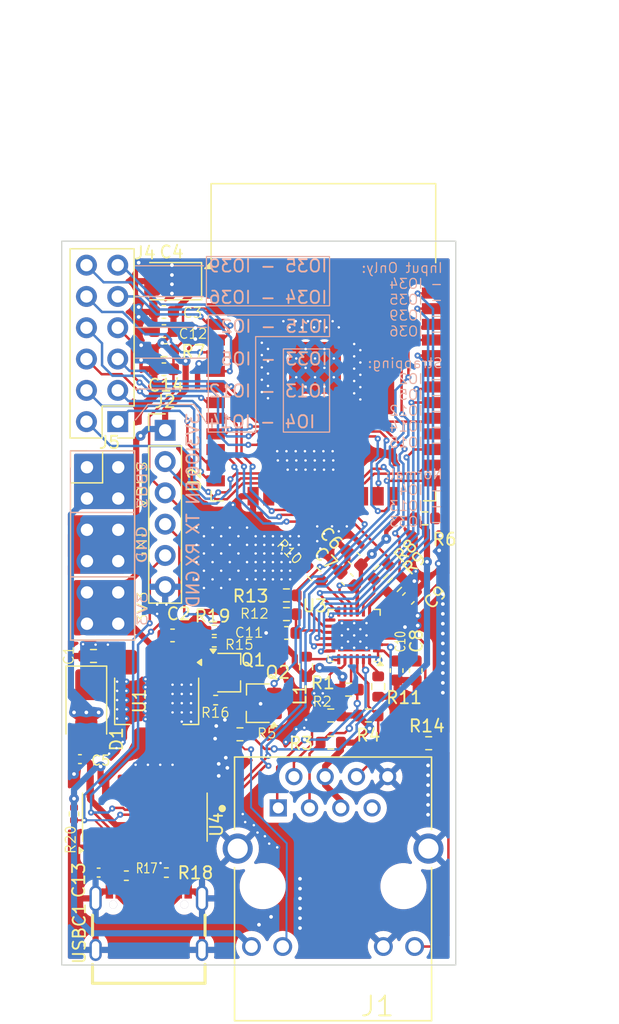
<source format=kicad_pcb>
(kicad_pcb (version 20240108) (generator "pcbnew") (generator_version "8.0")
  (layers (0 "F.Cu" signal) (31 "B.Cu" signal) (34 "B.Paste" user) (35 "F.Paste" user) (36 "B.SilkS" user "B.Silkscreen") (37 "F.SilkS" user "F.Silkscreen") (38 "B.Mask" user) (39 "F.Mask" user) (44 "Edge.Cuts" user))
  (net 0 "")
  (net 1 "Net-(D1-K)")
  (net 2 "GND")
  (net 3 "+3V3")
  (net 4 "Net-(U3-VDD1A)")
  (net 5 "/VDDCR")
  (net 6 "/PHY_RST")
  (net 7 "VBUS")
  (net 8 "/TX+")
  (net 9 "/TX-")
  (net 10 "/RX+")
  (net 11 "/RX-")
  (net 12 "Net-(J1-Pad10)")
  (net 13 "/PHY_L1")
  (net 14 "/PHY_L2")
  (net 15 "/EN")
  (net 16 "/BOOT0")
  (net 17 "/ETH_RXD0")
  (net 18 "Net-(U4-V3)")
  (net 19 "/ETH_RXD1")
  (net 20 "/ESP_IO34")
  (net 21 "/ETH_CRS_DV")
  (net 22 "/ESP_IO15")
  (net 23 "/ESP_IO13")
  (net 24 "/PHY_INT")
  (net 25 "/ESP_IO5")
  (net 26 "/ESP_IO4")
  (net 27 "/ESP_IO35")
  (net 28 "/ESP_IO33")
  (net 29 "/ESP_SENSOR_VP_IO36")
  (net 30 "/ESP_IO2")
  (net 31 "/ESP_IO12")
  (net 32 "/ESP_IO14")
  (net 33 "/ESP_SENSOR_VN_IO39")
  (net 34 "Net-(Q1-B)")
  (net 35 "/RTS")
  (net 36 "Net-(Q2-B)")
  (net 37 "/DTR")
  (net 38 "Net-(U3-RXD0{slash}MODE0)")
  (net 39 "Net-(U3-RXD1{slash}MODE1)")
  (net 40 "Net-(U3-CRS_DV{slash}MODE2)")
  (net 41 "Net-(U3-RBIAS)")
  (net 42 "/PHY_RXER")
  (net 43 "/ETH_CLK")
  (net 44 "Net-(USBC1-CC1)")
  (net 45 "/ETH_MDIO")
  (net 46 "/ETH_TXD0")
  (net 47 "Net-(USBC1-CC2)")
  (net 48 "/ETH_TXEN")
  (net 49 "/RX")
  (net 50 "/TX")
  (net 51 "/ETH_TXD1")
  (net 52 "/ETH_MDC")
  (net 54 "Net-(J1-Pad12)")
  (net 62 "/USB_DN")
  (net 67 "/USB_DP")
  (net 70 "unconnected-(USBC1-SBU2-PadB8)")
  (footprint "Resistor_SMD:R_0603_1608Metric" (layer "F.Cu") (at 132.05 104)
    (property "Reference" "R14")
    (property "Value" "270")
  )
  (footprint "Resistor_SMD:R_0603_1608Metric" (layer "F.Cu") (at 122.1 97.8 90)
    (property "Reference" "L1")
    (property "Value" "BLM18PG181SN1D")
  )
  (footprint "Resistor_SMD:R_0603_1608Metric" (layer "F.Cu") (at 127.95 99.4 -90)
    (property "Reference" "R11")
    (property "Value" "12.1k")
  )
  (footprint "Resistor_SMD:R_0603_1608Metric" (layer "F.Cu") (at 129.3 91.15 -135)
    (property "Reference" "R9")
    (property "Value" "10R")
  )
  (footprint "Package_DFN_QFN:QFN-24-1EP_4x4mm_P0.5mm_EP2.6x2.6mm" (layer "F.Cu") (at 126 95.25 180)
    (property "Reference" "U3")
    (property "Value" "LAN8720A")
  )
  (footprint "Capacitor_Tantalum_SMD:CP_EIA-3528-21_Kemet-B" (layer "F.Cu") (at 111.15 66.5 180)
    (property "Reference" "C4")
    (property "Value" "100u")
  )
  (footprint "Capacitor_SMD:C_0402_1005Metric" (layer "F.Cu") (at 103.73 105.29)
    (property "Reference" "C5")
    (property "Value" "100n")
  )
  (footprint "Capacitor_SMD:C_0603_1608Metric" (layer "F.Cu") (at 111.25 95.25)
    (property "Reference" "C2")
    (property "Value" "10u")
  )
  (footprint "RF_Module:ESP32-WROOM-32" (layer "F.Cu") (at 123.5 74.445)
    (property "Reference" "U2")
    (property "Value" "ESP32-WROOM-32")
  )
  (footprint "Capacitor_SMD:C_0603_1608Metric" (layer "F.Cu") (at 131 98.1 -90)
    (property "Reference" "C8")
    (property "Value" "100n")
  )
  (footprint "Capacitor_SMD:C_0603_1608Metric" (layer "F.Cu") (at 125.45 90.7 -45)
    (property "Reference" "C7")
    (property "Value" "100n")
  )
  (footprint "Resistor_SMD:R_0603_1608Metric" (layer "F.Cu") (at 131.75 85.75 180)
    (property "Reference" "R6")
    (property "Value" "10k")
  )
  (footprint "Resistor_SMD:R_0603_1608Metric" (layer "F.Cu") (at 124.1 103.95)
    (property "Reference" "R3")
    (property "Value" "49R9")
  )
  (footprint "Resistor_SMD:R_0402_1005Metric" (layer "F.Cu") (at 103.25 109.740001 90)
    (property "Reference" "R20")
    (property "Value" "10k")
  )
  (footprint "Resistor_SMD:R_0603_1608Metric" (layer "F.Cu") (at 116.725 103.275 180)
    (property "Reference" "R5")
    (property "Value" "270")
  )
  (footprint "Capacitor_SMD:C_0603_1608Metric" (layer "F.Cu") (at 110.55 73.65)
    (property "Reference" "C14")
    (property "Value" "10u")
  )
  (footprint "Resistor_SMD:R_0402_1005Metric" (layer "F.Cu") (at 114.64 95.8 180)
    (property "Reference" "R15")
    (property "Value" "12k")
  )
  (footprint "Connector_PinHeader_2.54mm:PinHeader_1x06_P2.54mm_Vertical" (layer "F.Cu") (at 110.65 78.6)
    (property "Reference" "J2")
    (property "Value" "PROG")
  )
  (footprint "Connector_PinHeader_2.54mm:PinHeader_2x06_P2.54mm_Vertical" (layer "F.Cu") (at 106.8 77.9 180)
    (property "Reference" "J4")
    (property "Value" "External GPIO Header")
  )
  (footprint "Capacitor_SMD:C_0603_1608Metric" (layer "F.Cu") (at 110.55 70.55)
    (property "Reference" "C12")
    (property "Value" "1u")
  )
  (footprint "Package_TO_SOT_SMD:TSOT-23" (layer "F.Cu") (at 118.2 100.77 180)
    (property "Reference" "Q2")
    (property "Value" "SS8050_C2150")
  )
  (footprint "Resistor_SMD:R_0402_1005Metric" (layer "F.Cu") (at 110.75 114.5)
    (property "Reference" "R18")
    (property "Value" "5k1")
  )
  (footprint "Resistor_SMD:R_0603_1608Metric" (layer "F.Cu") (at 128.2 90.1 -135)
    (property "Reference" "R8")
    (property "Value" "10R")
  )
  (footprint "Capacitor_SMD:C_0402_1005Metric" (layer "F.Cu") (at 105.25 114.5 180)
    (property "Reference" "C13")
    (property "Value" "100n")
  )
  (footprint "Connector_PinHeader_2.54mm:PinHeader_2x06_P2.54mm_Vertical" (layer "F.Cu") (at 104.3 81.6)
    (property "Reference" "J5")
    (property "Value" "Power Header")
  )
  (footprint "Resistor_SMD:R_0402_1005Metric" (layer "F.Cu") (at 107.5 114.75 180)
    (property "Reference" "R17")
    (property "Value" "5k1")
  )
  (footprint "Resistor_SMD:R_0402_1005Metric" (layer "F.Cu") (at 114.75 100.5)
    (property "Reference" "R16")
    (property "Value" "12k")
  )
  (footprint "usb_c:USB-C-SMD_MC-311D" (layer "F.Cu") (at 109.32 118.4025)
    (property "Reference" "USBC1")
    (property "Value" "MC-311D")
  )
  (footprint "Capacitor_SMD:C_0603_1608Metric" (layer "F.Cu") (at 110.55 69 180)
    (property "Reference" "C3")
    (property "Value" "10u")
  )
  (footprint "Resistor_SMD:R_0603_1608Metric" (layer "F.Cu") (at 104.83 96.92 180)
    (property "Reference" "C1")
    (property "Value" "10u")
  )
  (footprint "Package_SO:SOIC-16_3.9x9.9mm_P1.27mm" (layer "F.Cu") (at 109 110 90)
    (property "Reference" "U4")
    (property "Value" "CH343G")
  )
  (footprint "Capacitor_SMD:C_0603_1608Metric" (layer "F.Cu") (at 126 89 -45)
    (property "Reference" "C6")
    (property "Value" "100n")
  )
  (footprint "Diode_SMD:D_SMA" (layer "F.Cu") (at 104.25 101.25 -90)
    (property "Reference" "D1")
    (property "Value" "SS14")
  )
  (footprint "Resistor_SMD:R_0603_1608Metric" (layer "F.Cu") (at 110.55 72.1 180)
    (property "Reference" "R7")
    (property "Value" "10k")
  )
  (footprint "Resistor_SMD:R_0603_1608Metric" (layer "F.Cu") (at 122.75 90.25 -45)
    (property "Reference" "R10")
    (property "Value" "10R")
  )
  (footprint "lib:HANRUN_HR911105A" (layer "F.Cu") (at 124.285 115.6 180)
    (property "Reference" "J1")
    (property "Value" "HR911105A")
  )
  (footprint "Resistor_SMD:R_0603_1608Metric" (layer "F.Cu") (at 125.55 99.65 180)
    (property "Reference" "R1")
    (property "Value" "49R9")
  )
  (footprint "Resistor_SMD:R_0603_1608Metric" (layer "F.Cu") (at 124.1 101.75)
    (property "Reference" "R2")
    (property "Value" "49R9")
  )
  (footprint "Capacitor_SMD:C_0603_1608Metric" (layer "F.Cu") (at 129.45 98.1 -90)
    (property "Reference" "C10")
    (property "Value" "100n")
  )
  (footprint "Resistor_SMD:R_0603_1608Metric" (layer "F.Cu") (at 127.15 101.75 180)
    (property "Reference" "R4")
    (property "Value" "49R9")
  )
  (footprint "Package_TO_SOT_SMD:TSOT-23" (layer "F.Cu") (at 115.83 98.25)
    (property "Reference" "Q1")
    (property "Value" "SS8050_C2150")
  )
  (footprint "Resistor_SMD:R_0603_1608Metric" (layer "F.Cu") (at 120.5 92 180)
    (property "Reference" "R13")
    (property "Value" "10k")
  )
  (footprint "Capacitor_SMD:C_0603_1608Metric" (layer "F.Cu") (at 130.4 92.25 45)
    (property "Reference" "C9")
    (property "Value" "100n")
  )
  (footprint "Package_TO_SOT_SMD:SOT-223-3_TabPin2" (layer "F.Cu") (at 109.96 100.57 -90)
    (property "Reference" "U1")
    (property "Value" "AMS1117-3.3")
  )
  (footprint "Resistor_SMD:R_0402_1005Metric" (layer "F.Cu") (at 114.64 94.8 180)
    (property "Reference" "R19")
    (property "Value" "10k")
  )
  (footprint "Resistor_SMD:R_0603_1608Metric" (layer "F.Cu") (at 120.5 93.525)
    (property "Reference" "R12")
    (property "Value" "10k")
  )
  (footprint "Capacitor_SMD:C_0603_1608Metric" (layer "F.Cu") (at 120.5 95.05 180)
    (property "Reference" "C11")
    (property "Value" "100n")
  )
  (gr_line (start 113.75 67.75) (end 108.25 67.75) (stroke (width 0.1)) (layer "B.SilkS"))
  (gr_line (start 113 76.5) (end 109.25 76.5) (stroke (width 0.1)) (layer "B.SilkS"))
  (gr_line (start 124 71) (end 118 71) (stroke (width 0.1)) (layer "B.SilkS"))
  (gr_line (start 118 71) (end 118 78.75) (stroke (width 0.1)) (layer "B.SilkS"))
  (gr_line (start 114.15 69.25) (end 124 69.25) (stroke (width 0.1)) (layer "B.SilkS"))
  (gr_line (start 114 75.25) (end 108.25 75.25) (stroke (width 0.1)) (layer "B.SilkS"))
  (gr_line (start 113.75 65.25) (end 108.25 65.25) (stroke (width 0.1)) (layer "B.SilkS"))
  (gr_line (start 118 78.75) (end 114.15 78.75) (stroke (width 0.1)) (layer "B.SilkS"))
  (gr_rect (start 120.25 72) (end 124 78.75) (stroke (width 0.1)) (fill none) (layer "B.SilkS"))
  (gr_rect (start 102.955 80.27) (end 108.175 85.275) (stroke (width 0.1)) (fill none) (layer "B.SilkS"))
  (gr_line (start 114.15 78.75) (end 114.15 69.25) (stroke (width 0.1)) (layer "B.SilkS"))
  (gr_line (start 114 70.25) (end 108.25 70.25) (stroke (width 0.1)) (layer "B.SilkS"))
  (gr_rect (start 114 64.5) (end 124 68.5) (stroke (width 0.1)) (fill none) (layer "B.SilkS"))
  (gr_line (start 109.25 76.5) (end 108.25 77.75) (stroke (width 0.1)) (layer "B.SilkS"))
  (gr_line (start 114 72.75) (end 108.25 72.75) (stroke (width 0.1)) (layer "B.SilkS"))
  (gr_line (start 124 69.25) (end 124 71) (stroke (width 0.1)) (layer "B.SilkS"))
  (gr_rect (start 102.98 90.5) (end 108.175 95.63) (stroke (width 0.1)) (fill none) (layer "B.SilkS"))
  (gr_rect (start 102.98 85.27) (end 108.175 90.5) (stroke (width 0.1)) (fill none) (layer "B.SilkS"))
  (gr_line (start 114 78) (end 113 76.5) (stroke (width 0.1)) (layer "B.SilkS"))
  (gr_rect (start 102.98 90.5) (end 108.175 95.63) (stroke (width 0.1)) (fill none) (layer "F.SilkS"))
  (gr_rect (start 102.955 80.27) (end 108.175 85.275) (stroke (width 0.1)) (fill none) (layer "F.SilkS"))
  (gr_rect (start 102.25 63.25) (end 134.25 122) (stroke (width 0.1)) (fill none) (layer "Edge.Cuts"))
  (gr_text "IO33 - IO5" (at 119.5 73.4 0) (layer "B.SilkS") (effects (font (size 1 1)) (justify bottom mirror)))
  (gr_text "RX" (at 113.5 88.675 90) (layer "B.SilkS") (effects (font (size 1 1)) (justify bottom mirror)))
  (gr_text "IO15 - IO2" (at 119.5 70.75 0) (layer "B.SilkS") (effects (font (size 1 1)) (justify bottom mirror)))
  (gr_text "VBUS" (at 109.275 81.075 90) (layer "B.SilkS") (effects (font (size 0.8 1) (thickness 0.1)) (justify left bottom mirror)))
  (gr_text "IO13 - IO12" (at 119 76 0) (layer "B.SilkS") (effects (font (size 1 1)) (justify bottom mirror)))
  (gr_text "IO35 - IO39" (at 119 65.85 0) (layer "B.SilkS") (effects (font (size 1 1)) (justify bottom mirror)))
  (gr_text "IO0" (at 113.5 81.15 90) (layer "B.SilkS") (effects (font (size 1 1)) (justify bottom mirror)))
  (gr_text "3V3" (at 109.275 91.675 90) (layer "B.SilkS") (effects (font (size 0.8 1) (thickness 0.1)) (justify left bottom mirror)))
  (gr_text "3V3" (at 113.5 78.575 90) (layer "B.SilkS") (effects (font (size 1 1)) (justify bottom mirror)))
  (gr_text "EN" (at 113.5 83.675 90) (layer "B.SilkS") (effects (font (size 1 1)) (justify bottom mirror)))
  (gr_text "GND" (at 109.225 86.325 90) (layer "B.SilkS") (effects (font (size 0.8 1) (thickness 0.1)) (justify left bottom mirror)))
  (gr_text "Input Only:\n- IO34\n- IO35\n- IO39\n- IO36\n\nStrapping:\n- IO2\n- IO5\n- IO12\n- IO14\n- IO15\n\nNormal:\n- IO4\n- IO13\n- IO33\n" (at 133.25 86.5 0) (layer "B.SilkS") (effects (font (size 0.8 0.8) (thickness 0.1)) (justify left bottom mirror)))
  (gr_text "IO34 - IO36" (at 119 68.4 0) (layer "B.SilkS") (effects (font (size 1 1)) (justify bottom mirror)))
  (gr_text "TX" (at 113.5 86.2 90) (layer "B.SilkS") (effects (font (size 1 1)) (justify bottom mirror)))
  (gr_text "IO4 - IO14" (at 118.5 78.5 0) (layer "B.SilkS") (effects (font (size 1 1)) (justify bottom mirror)))
  (gr_text "GND" (at 113.5 91.475 90) (layer "B.SilkS") (effects (font (size 1 1)) (justify bottom mirror)))
  (gr_text "GND" (at 109.225 89.45 90) (layer "F.SilkS") (effects (font (size 0.8 1) (thickness 0.1)) (justify left bottom)))
  (gr_text "3V3" (at 109.275 94.475 90) (layer "F.SilkS") (effects (font (size 0.8 1) (thickness 0.1)) (justify left bottom)))
  (gr_text "VBUS" (at 109.25 85 90) (layer "F.SilkS") (effects (font (size 0.8 1) (thickness 0.1)) (justify left bottom)))
  (segment (start 106.67 97.42) (end 106.17 96.92) (width 0.8) (layer "F.Cu") (net 1))
  (segment (start 106.17 96.92) (end 105.655 96.92) (width 0.8) (layer "F.Cu") (net 1))
  (segment (start 104.25 99.25) (end 104.25 98.325) (width 0.8) (layer "F.Cu") (net 1))
  (segment (start 107.66 97.42) (end 106.67 97.42) (width 0.8) (layer "F.Cu") (net 1))
  (segment (start 104.25 98.325) (end 105.655 96.92) (width 0.8) (layer "F.Cu") (net 1))
  (segment (start 105 96) (end 105.17522 96) (width 0.5) (layer "F.Cu") (net 2))
  (segment (start 104.005 96.92) (end 104.005 95.985) (width 0.5) (layer "F.Cu") (net 2))
  (segment (start 112.26 98.24) (end 111.25 99.25) (width 0.5) (layer "F.Cu") (net 2))
  (segment (start 106.12 116.0325) (end 105.56 116.0325) (width 0.5) (layer "F.Cu") (net 2))
  (segment (start 125.451992 88.451992) (end 125.451992 89.601992) (width 0.5) (layer "F.Cu") (net 2))
  (segment (start 103.98 95.96) (end 104.96 95.96) (width 0.5) (layer "F.Cu") (net 2))
  (segment (start 130.948008 90.905964) (end 130.948008 91.701992) (width 0.5) (layer "F.Cu") (net 2))
  (segment (start 110.24 113.76) (end 110.275 113.725) (width 0.16) (layer "F.Cu") (net 2))
  (segment (start 106.12 116.0325) (end 106.12 115.25) (width 0.5) (layer "F.Cu") (net 2))
  (segment (start 105.56 116.0325) (end 105 116.5925) (width 0.5) (layer "F.Cu") (net 2))
  (segment (start 105.17522 96) (end 105.18022 95.995) (width 0.5) (layer "F.Cu") (net 2))
  (segment (start 117.79 83.955) (end 116.845 83.955) (width 0.5) (layer "F.Cu") (net 2))
  (segment (start 109.775 69) (end 109.775 70.55) (width 0.5) (layer "F.Cu") (net 2))
  (segment (start 109.6125 66.5) (end 109.6125 68.8375) (width 0.5) (layer "F.Cu") (net 2))
  (segment (start 109.6125 68.8375) (end 109.775 69) (width 0.5) (layer "F.Cu") (net 2))
  (segment (start 118.85 95.05) (end 119.725 95.05) (width 0.5) (layer "F.Cu") (net 2))
  (segment (start 106.99 114.75) (end 106.62 114.75) (width 0.5) (layer "F.Cu") (net 2))
  (segment (start 113.08 116.0325) (end 113.64 116.5925) (width 0.5) (layer "F.Cu") (net 2))
  (segment (start 112.26 98.68) (end 112 98.94) (width 0.5) (layer "F.Cu") (net 2))
  (segment (start 104.96 95.96) (end 105 96) (width 0.5) (layer "F.Cu") (net 2))
  (segment (start 106.62 114.75) (end 106.12 115.25) (width 0.5) (layer "F.Cu") (net 2))
  (segment (start 103.25 105.29) (end 103.25 106.5) (width 0.5) (layer "F.Cu") (net 2))
  (segment (start 116.845 83.955) (end 116.15 84.65) (width 0.5) (layer "F.Cu") (net 2))
  (segment (start 112.26 97.42) (end 112.26 98.24) (width 0.5) (layer "F.Cu") (net 2))
  (segment (start 131 90.729602) (end 130.885823 90.843779) (width 0.5) (layer "F.Cu") (net 2))
  (segment (start 112.26 98.76) (end 112.75 99.25) (width 0.5) (layer "F.Cu") (net 2))
  (segment (start 110.24 114.5) (end 110.24 113.76) (width 0.16) (layer "F.Cu") (net 2))
  (segment (start 105.18022 95.995) (end 106 95.995) (width 0.5) (layer "F.Cu") (net 2))
  (segment (start 112.26 97.42) (end 112.26 98.68) (width 0.5) (layer "F.Cu") (net 2))
  (segment (start 130.885823 90.843779) (end 130.948008 90.905964) (width 0.5) (layer "F.Cu") (net 2))
  (segment (start 125.451992 89.601992) (end 124.901992 90.151992) (width 0.5) (layer "F.Cu") (net 2))
  (segment (start 112 98.94) (end 112 99.25) (width 0.5) (layer "F.Cu") (net 2))
  (segment (start 112.52 116.0325) (end 113.08 116.0325) (width 0.5) (layer "F.Cu") (net 2))
  (segment (start 131 90.05) (end 131 90.729602) (width 0.5) (layer "F.Cu") (net 2))
  (segment (start 106.12 115.25) (end 106.12 114.89) (width 0.5) (layer "F.Cu") (net 2))
  (segment (start 104.005 95.985) (end 103.98 95.96) (width 0.5) (layer "F.Cu") (net 2))
  (segment (start 106.12 114.89) (end 105.73 114.5) (width 0.5) (layer "F.Cu") (net 2))
  (segment (start 112.26 97.42) (end 112.26 98.76) (width 0.5) (layer "F.Cu") (net 2))
  (via (at 119.4 89.3) (size 0.5) (drill 0.2) (layers "F.Cu" "B.Cu") (net 2))
  (via (at 120.8 87.2) (size 0.5) (drill 0.2) (layers "F.Cu" "B.Cu") (net 2))
  (via (at 124.2 86.4) (size 0.5) (drill 0.2) (layers "F.Cu" "B.Cu") (net 2))
  (via (at 120.1 87.9) (size 0.5) (drill 0.2) (layers "F.Cu" "B.Cu") (net 2))
  (via (at 118.7 90) (size 0.5) (drill 0.2) (layers "F.Cu" "B.Cu") (net 2))
  (via (at 118.5 75.5) (size 0.5) (drill 0.2) (layers "F.Cu" "B.Cu") (net 2))
  (via (at 107.5 99.75) (size 0.5) (drill 0.2) (layers "F.Cu" "B.Cu") (net 2))
  (via (at 123.55 87) (size 0.5) (drill 0.2) (layers "F.Cu" "B.Cu") (net 2))
  (via (at 132 106.6) (size 0.6) (drill 0.3) (layers "F.Cu" "B.Cu") (net 2))
  (via (at 121.25 69.75) (size 0.5) (drill 0.2) (layers "F.Cu" "B.Cu") (net 2))
  (via (at 133.2 91.9) (size 0.6) (drill 0.3) (layers "F.Cu" "B.Cu") (net 2))
  (via (at 118 90) (size 0.5) (drill 0.2) (layers "F.Cu" "B.Cu") (net 2))
  (via (at 118.4 100.8) (size 0.6) (drill 0.3) (layers "F.Cu" "B.Cu") (net 2))
  (via (at 113.1 71.2) (size 0.6) (drill 0.3) (layers "F.Cu" "B.Cu") (net 2))
  (via (at 109.05 100.1) (size 0.5) (drill 0.2) (layers "F.Cu" "B.Cu") (net 2))
  (via (at 115 105.675) (size 0.6) (drill 0.3) (layers "F.Cu" "B.Cu") (net 2))
  (via (at 120.8 88.6) (size 0.5) (drill 0.2) (layers "F.Cu" "B.Cu") (net 2))
  (via (at 112.75 100) (size 0.5) (drill 0.2) (layers "F.Cu" "B.Cu") (net 2))
  (via (at 117.3 86.5) (size 0.5) (drill 0.2) (layers "F.Cu" "B.Cu") (net 2))
  (via (at 106.75 99) (size 0.5) (drill 0.2) (layers "F.Cu" "B.Cu") (net 2))
  (via (at 133.2 97.5) (size 0.6) (drill 0.3) (layers "F.Cu" "B.Cu") (net 2))
  (via (at 113.2 86.5) (size 0.5) (drill 0.2) (layers "F.Cu" "B.Cu") (net 2))
  (via (at 118 88.6) (size 0.5) (drill 0.2) (layers "F.Cu" "B.Cu") (net 2))
  (via (at 120.25 69.75) (size 0.5) (drill 0.2) (layers "F.Cu" "B.Cu") (net 2))
  (via (at 115.2 88.6) (size 0.5) (drill 0.2) (layers "F.Cu" "B.Cu") (net 2))
  (via (at 119 76) (size 0.5) (drill 0.2) (layers "F.Cu" "B.Cu") (net 2))
  (via (at 107.5 99) (size 0.5) (drill 0.2) (layers "F.Cu" "B.Cu") (net 2))
  (via (at 122.75 99.95) (size 0.5) (drill 0.2) (layers "F.Cu" "B.Cu") (net 2))
  (via (at 119.75 80.3) (size 0.5) (drill 0.2) (layers "F.Cu" "B.Cu") (net 2))
  (via (at 122.25 69.75) (size 0.5) (drill 0.2) (layers "F.Cu" "B.Cu") (net 2))
  (via (at 131.1625 94.45) (size 0.6) (drill 0.3) (layers "F.Cu" "B.Cu") (net 2))
  (via (at 115.9 86.5) (size 0.5) (drill 0.2) (layers "F.Cu" "B.Cu") (net 2))
  (via (at 133.2 98.3) (size 0.6) (drill 0.3) (layers "F.Cu" "B.Cu") (net 2))
  (via (at 118.75 111.55) (size 0.5) (drill 0.2) (layers "F.Cu" "B.Cu") (net 2))
  (via (at 132.9 88.35) (size 0.6) (drill 0.3) (layers "F.Cu" "B.Cu") (net 2))
  (via (at 120.1 90) (size 0.5) (drill 0.2) (layers "F.Cu" "B.Cu") (net 2))
  (via (at 122.75 70.25) (size 0.5) (drill 0.2) (layers "F.Cu" "B.Cu") (net 2))
  (via (at 131 90.05) (size 0.5) (drill 0.2) (layers "F.Cu" "B.Cu") (net 2))
  (via (at 133.2 95.9) (size 0.6) (drill 0.3) (layers "F.Cu" "B.Cu") (net 2))
  (via (at 121.6 116.6) (size 0.6) (drill 0.3) (layers "F.Cu" "B.Cu") (net 2))
  (via (at 108.5 68.6) (size 0.6) (drill 0.3) (layers "F.Cu" "B.Cu") (net 2))
  (via (at 124.3 81.8) (size 0.5) (drill 0.2) (layers "F.Cu" "B.Cu") (net 2))
  (via (at 133.2 95.1) (size 0.6) (drill 0.3) (layers "F.Cu" "B.Cu") (net 2))
  (via (at 107.2 103.9) (size 0.5) (drill 0.2) (layers "F.Cu" "B.Cu") (net 2))
  (via (at 127 95.25) (size 0.5) (drill 0.2) (layers "F.Cu" "B.Cu") (net 2))
  (via (at 115.5 102.1) (size 0.6) (drill 0.3) (layers "F.Cu" "B.Cu") (net 2))
  (via (at 118.27 118.73) (size 0.6) (drill 0.3) (layers "F.Cu" "B.Cu") (net 2))
  (via (at 120.5 80.3) (size 0.5) (drill 0.2) (layers "F.Cu" "B.Cu") (net 2))
  (via (at 120.6 81.8) (size 0.5) (drill 0.2) (layers "F.Cu" "B.Cu") (net 2))
  (via (at 133.2 93.5) (size 0.6) (drill 0.3) (layers "F.Cu" "B.Cu") (net 2))
  (via (at 124.75 86.8) (size 0.5) (drill 0.2) (layers "F.Cu" "B.Cu") (net 2))
  (via (at 114.5 87.9) (size 0.5) (drill 0.2) (layers "F.Cu" "B.Cu") (net 2))
  (via (at 106.7 104.4) (size 0.5) (drill 0.2) (layers "F.Cu" "B.Cu") (net 2))
  (via (at 115.7 106) (size 0.6) (drill 0.3) (layers "F.Cu" "B.Cu") (net 2))
  (via (at 121.6 117.4) (size 0.6) (drill 0.3) (layers "F.Cu" "B.Cu") (net 2))
  (via (at 118 90.7) (size 0.5) (drill 0.2) (layers "F.Cu" "B.Cu") (net 2))
  (via (at 121.6 118.2) (size 0.6) (drill 0.3) (layers "F.Cu" "B.Cu") (net 2))
  (via (at 118.7 87.9) (size 0.5) (drill 0.2) (layers "F.Cu" "B.Cu") (net 2))
  (via (at 122.1 102.1) (size 0.5) (drill 0.2) (layers "F.Cu" "B.Cu") (net 2))
  (via (at 123.25 69.75) (size 0.5) (drill 0.2) (layers "F.Cu" "B.Cu") (net 2))
  (via (at 122.75 80.3) (size 0.5) (drill 0.2) (layers "F.Cu" "B.Cu") (net 2))
  (via (at 115.2 90) (size 0.5) (drill 0.2) (layers "F.Cu" "B.Cu") (net 2))
  (via (at 110.275 113.725) (size 0.5) (drill 0.2) (layers "F.Cu" "B.Cu") (net 2))
  (via (at 119 72) (size 0.5) (drill 0.2) (layers "F.Cu" "B.Cu") (net 2))
  (via (at 118.5 74.5) (size 0.5) (drill 0.2) (layers "F.Cu" "B.Cu") (net 2))
  (via (at 127 94.25) (size 0.5) (drill 0.2) (layers "F.Cu" "B.Cu") (net 2))
  (via (at 122.05 81.05) (size 0.5) (drill 0.2) (layers "F.Cu" "B.Cu") (net 2))
  (via (at 118.5 72.5) (size 0.5) (drill 0.2) (layers "F.Cu" "B.Cu") (net 2))
  (via (at 112.75 100.75) (size 0.5) (drill 0.2) (layers "F.Cu" "B.Cu") (net 2))
  (via (at 103.98 95.96) (size 0.5) (drill 0.2) (layers "F.Cu" "B.Cu") (net 2))
  (via (at 121.5 87.2) (size 0.5) (drill 0.2) (layers "F.Cu" "B.Cu") (net 2))
  (via (at 119.1 112.15) (size 0.5) (drill 0.2) (layers "F.Cu" "B.Cu") (net 2))
  (via (at 123.55 81.8) (size 0.5) (drill 0.2) (layers "F.Cu" "B.Cu") (net 2))
  (via (at 115.2 87.2) (size 0.5) (drill 0.2) (layers "F.Cu" "B.Cu") (net 2))
  (via (at 125 96.25) (size 0.5) (drill 0.2) (layers "F.Cu" "B.Cu") (net 2))
  (via (at 112.75 99.25) (size 0.5) (drill 0.2) (layers "F.Cu" "B.Cu") (net 2))
  (via (at 110.75 92.75) (size 0.5) (drill 0.2) (layers "F.Cu" "B.Cu") (net 2))
  (via (at 106.1 104.85) (size 0.5) (drill 0.2) (layers "F.Cu" "B.Cu") (net 2))
  (via (at 126 96.25) (size 0.5) (drill 0.2) (layers "F.Cu" "B.Cu") (net 2))
  (via (at 123.45 99.95) (size 0.5) (drill 0.2) (layers "F.Cu" "B.Cu") (net 2))
  (via (at 109.05 101.4) (size 0.5) (drill 0.2) (layers "F.Cu" "B.Cu") (net 2))
  (via (at 103.25 106.5) (size 0.8) (drill 0.3) (layers "F.Cu" "B.Cu") (net 2))
  (via (at 119.25 118.09) (size 0.6) (drill 0.3) (layers "F.Cu" "B.Cu") (net 2))
  (via (at 126 95.25) (size 0.5) (drill 0.2) (layers "F.Cu" "B.Cu") (net 2))
  (via (at 121.5 87.9) (size 0.5) (drill 0.2) (layers "F.Cu" "B.Cu") (net 2))
  (via (at 111.2 65.2) (size 0.6) (drill 0.3) (layers "F.Cu" "B.Cu") (net 2))
  (via (at 113.8 87.2) (size 0.5) (drill 0.2) (layers "F.Cu" "B.Cu") (net 2))
  (via (at 109.05 100.75) (size 0.5) (drill 0.2) (layers "F.Cu" "B.Cu") (net 2))
  (via (at 125.5 95.75) (size 0.5) (drill 0.2) (layers "F.Cu" "B.Cu") (net 2))
  (via (at 120.1 87.2) (size 0.5) (drill 0.2) (layers "F.Cu" "B.Cu") (net 2))
  (via (at 118.7 88.6) (size 0.5) (drill 0.2) (layers "F.Cu" "B.Cu") (net 2))
  (via (at 117.3 87.9) (size 0.5) (drill 0.2) (layers "F.Cu" "B.Cu") (net 2))
  (via (at 130.124265 94.574265) (size 0.6) (drill 0.3) (layers "F.Cu" "B.Cu") (net 2))
  (via (at 122 80.3) (size 0.5) (drill 0.2) (layers "F.Cu" "B.Cu") (net 2))
  (via (at 115.9 89.3) (size 0.5) (drill 0.2) (layers "F.Cu" "B.Cu") (net 2))
  (via (at 126 94.25) (size 0.5) (drill 0.2) (layers "F.Cu" "B.Cu") (net 2))
  (via (at 107.5 102) (size 0.5) (drill 0.2) (layers "F.Cu" "B.Cu") (net 2))
  (via (at 113.2 87.9) (size 0.5) (drill 0.2) (layers "F.Cu" "B.Cu") (net 2))
  (via (at 109.05 98.8) (size 0.5) (drill 0.2) (layers "F.Cu" "B.Cu") (net 2))
  (via (at 115.9 87.9) (size 0.5) (drill 0.2) (layers "F.Cu" "B.Cu") (net 2))
  (via (at 106.75 102) (size 0.5) (drill 0.2) (layers "F.Cu" "B.Cu") (net 2))
  (via (at 124.25 80.3) (size 0.5) (drill 0.2) (layers "F.Cu" "B.Cu") (net 2))
  (via (at 118.7 87.2) (size 0.5) (drill 0.2) (layers "F.Cu" "B.Cu") (net 2))
  (via (at 115.2 91.4) (size 0.5) (drill 0.2) (layers "F.Cu" "B.Cu") (net 2))
  (via (at 113.2 90.7) (size 0.5) (drill 0.2) (layers "F.Cu" "B.Cu") (net 2))
  (via (at 118.5 73.500001) (size 0.5) (drill 0.2) (layers "F.Cu" "B.Cu") (net 2))
  (via (at 112.75 102.25) (size 0.5) (drill 0.2) (layers "F.Cu" "B.Cu") (net 2))
  (via (at 117.85 110.65) (size 0.5) (drill 0.2) (layers "F.Cu" "B.Cu") (net 2))
  (via (at 120.8 87.9) (size 0.5) (drill 0.2) (layers "F.Cu" "B.Cu") (net 2))
  (via (at 132 107.4) (size 0.6) (drill 0.3) (layers "F.Cu" "B.Cu") (net 2))
  (via (at 118 89.3) (size 0.5) (drill 0.2) (layers "F.Cu" "B.Cu") (net 2))
  (via (at 113.8 90) (size 0.5) (drill 0.2) (layers "F.Cu" "B.Cu") (net 2))
  (via (at 113.8 91.4) (size 0.5) (drill 0.2) (layers "F.Cu" "B.Cu") (net 2))
  (via (at 108.7 71.7) (size 0.6) (drill 0.3) (layers "F.Cu" "B.Cu") (net 2))
  (via (at 111.25 101.5) (size 0.5) (drill 0.2) (layers "F.Cu" "B.Cu") (net 2))
  (via (at 119.4 87.2) (size 0.5) (drill 0.2) (layers "F.Cu" "B.Cu") (net 2))
  (via (at 112.75 101.5) (size 0.5) (drill 0.2) (layers "F.Cu" "B.Cu") (net 2))
  (via (at 120.55 81.05) (size 0.5) (drill 0.2) (layers "F.Cu" "B.Cu") (net 2))
  (via (at 132.85 89.418628) (size 0.6) (drill 0.3) (layers "F.Cu" "B.Cu") (net 2))
  (via (at 126.5 76.1) (size 0.5) (drill 0.2) (layers "F.Cu" "B.Cu") (net 2))
  (via (at 105 96) (size 0.5) (drill 0.2) (layers "F.Cu" "B.Cu") (net 2))
  (via (at 117.3 90.7) (size 0.5) (drill 0.2) (layers "F.Cu" "B.Cu") (net 2))
  (via (at 123.55 81.05) (size 0.5) (drill 0.2) (layers "F.Cu" "B.Cu") (net 2))
  (via (at 122.8 81.05) (size 0.5) (drill 0.2) (layers "F.Cu" "B.Cu") (net 2))
  (via (at 124.3 81.05) (size 0.5) (drill 0.2) (layers "F.Cu" "B.Cu") (net 2))
  (via (at 126 71.6) (size 0.5) (drill 0.2) (layers "F.Cu" "B.Cu") (net 2))
  (via (at 116.6 87.2) (size 0.5) (drill 0.2) (layers "F.Cu" "B.Cu") (net 2))
  (via (at 111.2 66) (size 0.6) (drill 0.3) (layers "F.Cu" "B.Cu") (net 2))
  (via (at 118.15 111.25) (size 0.5) (drill 0.2) (layers "F.Cu" "B.Cu") (net 2))
  (via (at 108.25 105.75) (size 0.5) (drill 0.2) (layers "F.Cu" "B.Cu") (net 2))
  (via (at 118.7 89.3) (size 0.5) (drill 0.2) (layers "F.Cu" "B.Cu") (net 2))
  (via (at 119.8 81.05) (size 0.5) (drill 0.2) (layers "F.Cu" "B.Cu") (net 2))
  (via (at 112 102.25) (size 0.5) (drill 0.2) (layers "F.Cu" "B.Cu") (net 2))
  (via (at 131.15 93.65) (size 0.6) (drill 0.3) (layers "F.Cu" "B.Cu") (net 2))
  (via (at 125.4 86.4) (size 0.5) (drill 0.2) (layers "F.Cu" "B.Cu") (net 2))
  (via (at 115.575 105.175) (size 0.6) (drill 0.3) (layers "F.Cu" "B.Cu") (net 2))
  (via (at 133.2 99.9) (size 0.6) (drill 0.3) (layers "F.Cu" "B.Cu") (net 2))
  (via (at 120.8 90.7) (size 0.5) (drill 0.2) (layers "F.Cu" "B.Cu") (net 2))
  (via (at 119 75) (size 0.5) (drill 0.2) (layers "F.Cu" "B.Cu") (net 2))
  (via (at 113.4 73.2) (size 0.6) (drill 0.3) (layers "F.Cu" "B.Cu") (net 2))
  (via (at 133.2 96.7) (size 0.6) (drill 0.3) (layers "F.Cu" "B.Cu") (net 2))
  (via (at 112 101.5) (size 0.5) (drill 0.2) (layers "F.Cu" "B.Cu") (net 2))
  (via (at 126 72.6) (size 0.5) (drill 0.2) (layers "F.Cu" "B.Cu") (net 2))
  (via (at 126.5 73.1) (size 0.5) (drill 0.2) (layers "F.Cu" "B.Cu") (net 2))
  (via (at 125 94.25) (size 0.5) (drill 0.2) (layers "F.Cu" "B.Cu") (net 2))
  (via (at 114.8 102.6) (size 0.6) (drill 0.3) (layers "F.Cu" "B.Cu") (net 2))
  (via (at 112 100.75) (size 0.5) (drill 0.2) (layers "F.Cu" "B.Cu") (net 2))
  (via (at 120.45 103.9) (size 0.5) (drill 0.2) (layers "F.Cu" "B.Cu") (net 2))
  (via (at 109.05 99.45) (size 0.5) (drill 0.2) (layers "F.Cu" "B.Cu") (net 2))
  (via (at 118.7 90.7) (size 0.5) (drill 0.2) (layers "F.Cu" "B.Cu") (net 2))
  (via (at 120.95 103.45) (size 0.5) (drill 0.2) (layers "F.Cu" "B.Cu") (net 2))
  (via (at 122.05 81.8) (size 0.5) (drill 0.2) (layers "F.Cu" "B.Cu") (net 2))
  (via (at 121.3 81.05) (size 0.5) (drill 0.2) (layers "F.Cu" "B.Cu") (net 2))
  (via (at 111.2 67.5) (size 0.6) (drill 0.3) (layers "F.Cu" "B.Cu") (net 2))
  (via (at 120.8 89.3) (size 0.5) (drill 0.2) (layers "F.Cu" "B.Cu") (net 2))
  (via (at 119 73) (size 0.5) (drill 0.2) (layers "F.Cu" "B.Cu") (net 2))
  (via (at 114.5 90.7) (size 0.5) (drill 0.2) (layers "F.Cu" "B.Cu") (net 2))
  (via (at 130.885823 90.843779) (size 0.6) (drill 0.3) (layers "F.Cu" "B.Cu") (net 2))
  (via (at 126.5 94.75) (size 0.5) (drill 0.2) (layers "F.Cu" "B.Cu") (net 2))
  (via (at 132 109) (size 0.6) (drill 0.3) (layers "F.Cu" "B.Cu") (net 2))
  (via (at 119.4 90.7) (size 0.5) (drill 0.2) (layers "F.Cu" "B.Cu") (net 2))
  (via (at 111.25 100.75) (size 0.5) (drill 0.2) (layers "F.Cu" "B.Cu") (net 2))
  (via (at 116.15 84.65) (size 0.5) (drill 0.2) (layers "F.Cu" "B.Cu") (net 2))
  (via (at 109.05 102.05) (size 0.5) (drill 0.2) (layers "F.Cu" "B.Cu") (net 2))
  (via (at 108.7 72.9) (size 0.6) (drill 0.3) (layers "F.Cu" "B.Cu") (net 2))
  (via (at 123 86.4) (size 0.5) (drill 0.2) (layers "F.Cu" "B.Cu") (net 2))
  (via (at 121.95 102.75) (size 0.5) (drill 0.2) (layers "F.Cu" "B.Cu") (net 2))
  (via (at 110 92.75) (size 0.5) (drill 0.2) (layers "F.Cu" "B.Cu") (net 2))
  (via (at 121.6 115.8) (size 0.6) (drill 0.3) (layers "F.Cu" "B.Cu") (net 2))
  (via (at 126 75.6) (size 0.5) (drill 0.2) (layers "F.Cu" "B.Cu") (net 2))
  (via (at 114.5 86.5) (size 0.5) (drill 0.2) (layers "F.Cu" "B.Cu") (net 2))
  (via (at 113.1 70.3) (size 0.6) (drill 0.3) (layers "F.Cu" "B.Cu") (net 2))
  (via (at 121.3 102.85) (size 0.5) (drill 0.2) (layers "F.Cu" "B.Cu") (net 2))
  (via (at 112 100) (size 0.5) (drill 0.2) (layers "F.Cu" "B.Cu") (net 2))
  (via (at 107.5 101.25) (size 0.5) (drill 0.2) (layers "F.Cu" "B.Cu") (net 2))
  (via (at 126.5 75.1) (size 0.5) (drill 0.2) (layers "F.Cu" "B.Cu") (net 2))
  (via (at 118 87.2) (size 0.5) (drill 0.2) (layers "F.Cu" "B.Cu") (net 2))
  (via (at 123.5 80.3) (size 0.5) (drill 0.2) (layers "F.Cu" "B.Cu") (net 2))
  (via (at 126.000001 73.6) (size 0.5) (drill 0.2) (layers "F.Cu" "B.Cu") (net 2))
  (via (at 119.75 112.45) (size 0.5) (drill 0.2) (layers "F.Cu" "B.Cu") (net 2))
  (via (at 123.25 88.2) (size 0.5) (drill 0.2) (layers "F.Cu" "B.Cu") (net 2))
  (via (at 122.75 100.7) (size 0.5) (drill 0.2) (layers "F.Cu" "B.Cu") (net 2))
  (via (at 133.2 92.7) (size 0.6) (drill 0.3) (layers "F.Cu" "B.Cu") (net 2))
  (via (at 120.8 90) (size 0.5) (drill 0.2) (layers "F.Cu" "B.Cu") (net 2))
  (via (at 121.5 88.6) (size 0.5) (drill 0.2) (layers "F.Cu" "B.Cu") (net 2))
  (via (at 110 93.5) (size 0.5) (drill 0.2) (layers "F.Cu" "B.Cu") (net 2))
  (via (at 106 96) (size 0.5) (drill 0.2) (layers "F.Cu" "B.Cu") (net 2))
  (via (at 114.5 89.3) (size 0.5) (drill 0.2) (layers "F.Cu" "B.Cu") (net 2))
  (via (at 124.25 69.75) (size 0.5) (drill 0.2) (layers "F.Cu" "B.Cu") (net 2))
  (via (at 113.8 88.6) (size 0.5) (drill 0.2) (layers "F.Cu" "B.Cu") (net 2))
  (via (at 111.25 99.25) (size 0.5) (drill 0.2) (layers "F.Cu" "B.Cu") (net 2))
  (via (at 121.3 81.8) (size 0.5) (drill 0.2) (layers "F.Cu" "B.Cu") (net 2))
  (via (at 117.15 110.4) (size 0.5) (drill 0.2) (layers "F.Cu" "B.Cu") (net 2))
  (via (at 124.75 70.25) (size 0.5) (drill 0.2) (layers "F.Cu" "B.Cu") (net 2))
  (via (at 118 87.9) (size 0.5) (drill 0.2) (layers "F.Cu" "B.Cu") (net 2))
  (via (at 106.75 101.25) (size 0.5) (drill 0.2) (layers "F.Cu" "B.Cu") (net 2))
  (via (at 121.25 80.3) (size 0.5) (drill 0.2) (layers "F.Cu" "B.Cu") (net 2))
  (via (at 111.25 105.75) (size 0.5) (drill 0.2) (layers "F.Cu" "B.Cu") (net 2))
  (via (at 114.707892 103.627892) (size 0.6) (drill 0.3) (layers "F.Cu" "B.Cu") (net 2))
  (via (at 121.6 115) (size 0.6) (drill 0.3) (layers "F.Cu" "B.Cu") (net 2))
  (via (at 113.2 89.3) (size 0.5) (drill 0.2) (layers "F.Cu" "B.Cu") (net 2))
  (via (at 126.5 74.099999) (size 0.5) (drill 0.2) (layers "F.Cu" "B.Cu") (net 2))
  (via (at 123.75 70.25) (size 0.5) (drill 0.2) (layers "F.Cu" "B.Cu") (net 2))
  (via (at 118.85 95.05) (size 0.8) (drill 0.3) (layers "F.Cu" "B.Cu") (net 2))
  (via (at 118.999999 74) (size 0.5) (drill 0.2) (layers "F.Cu" "B.Cu") (net 2))
  (via (at 126.5 95.75) (size 0.5) (drill 0.2) (layers "F.Cu" "B.Cu") (net 2))
  (via (at 115 106.65) (size 0.6) (drill 0.3) (layers "F.Cu" "B.Cu") (net 2))
  (via (at 133.2 94.3) (size 0.6) (drill 0.3) (layers "F.Cu" "B.Cu") (net 2))
  (via (at 121.75 70.25) (size 0.5) (drill 0.2) (layers "F.Cu" "B.Cu") (net 2))
  (via (at 106.75 99.75) (size 0.5) (drill 0.2) (layers "F.Cu" "B.Cu") (net 2))
  (via (at 119.4 87.9) (size 0.5) (drill 0.2) (layers "F.Cu" "B.Cu") (net 2))
  (via (at 107.5 100.5) (size 0.5) (drill 0.2) (layers "F.Cu" "B.Cu") (net 2))
  (via (at 133 87.15) (size 0.6) (drill 0.3) (layers "F.Cu" "B.Cu") (net 2))
  (via (at 133.2 99.1) (size 0.6) (drill 0.3) (layers "F.Cu" "B.Cu") (net 2))
  (via (at 119.4 88.6) (size 0.5) (drill 0.2) (layers "F.Cu" "B.Cu") (net 2))
  (via (at 127 96.25) (size 0.5) (drill 0.2) (layers "F.Cu" "B.Cu") (net 2))
  (via (at 126.5 72.1) (size 0.5) (drill 0.2) (layers "F.Cu" "B.Cu") (net 2))
  (via (at 122.8 81.8) (size 0.5) (drill 0.2) (layers "F.Cu" "B.Cu") (net 2))
  (via (at 126 74.6) (size 0.5) (drill 0.2) (layers "F.Cu" "B.Cu") (net 2))
  (via (at 125 95.25) (size 0.5) (drill 0.2) (layers "F.Cu" "B.Cu") (net 2))
  (via (at 111.2 66.75) (size 0.6) (drill 0.3) (layers "F.Cu" "B.Cu") (net 2))
  (via (at 106.75 100.5) (size 0.5) (drill 0.2) (layers "F.Cu" "B.Cu") (net 2))
  (via (at 116.95 109.75) (size 0.5) (drill 0.2) (layers "F.Cu" "B.Cu") (net 2))
  (via (at 118.5 71.5) (size 0.5) (drill 0.2) (layers "F.Cu" "B.Cu") (net 2))
  (via (at 125.5 94.75) (size 0.5) (drill 0.2) (layers "F.Cu" "B.Cu") (net 2))
  (via (at 116.6 88.6) (size 0.5) (drill 0.2) (layers "F.Cu" "B.Cu") (net 2))
  (via (at 110.25 105.75) (size 0.5) (drill 0.2) (layers "F.Cu" "B.Cu") (net 2))
  (via (at 120.1 89.3) (size 0.5) (drill 0.2) (layers "F.Cu" "B.Cu") (net 2))
  (via (at 115.9 90.7) (size 0.5) (drill 0.2) (layers "F.Cu" "B.Cu") (net 2))
  (via (at 116.6 90) (size 0.5) (drill 0.2) (layers "F.Cu" "B.Cu") (net 2))
  (via (at 123.45 100.7) (size 0.5) (drill 0.2) (layers "F.Cu" "B.Cu") (net 2))
  (via (at 109.25 105.75) (size 0.5) (drill 0.2) (layers "F.Cu" "B.Cu") (net 2))
  (via (at 132 105.8) (size 0.6) (drill 0.3) (layers "F.Cu" "B.Cu") (net 2))
  (via (at 132 109.8) (size 0.6) (drill 0.3) (layers "F.Cu" "B.Cu") (net 2))
  (via (at 117.3 89.3) (size 0.5) (drill 0.2) (layers "F.Cu" "B.Cu") (net 2))
  (via (at 111.25 100) (size 0.5) (drill 0.2) (layers "F.Cu" "B.Cu") (net 2))
  (via (at 108.5 69.4) (size 0.6) (drill 0.3) (layers "F.Cu" "B.Cu") (net 2))
  (via (at 132 108.2) (size 0.6) (drill 0.3) (layers "F.Cu" "B.Cu") (net 2))
  (via (at 120.1 90.7) (size 0.5) (drill 0.2) (layers "F.Cu" "B.Cu") (net 2))
  (via (at 112 99.25) (size 0.5) (drill 0.2) (layers "F.Cu" "B.Cu") (net 2))
  (via (at 108.5 65) (size 0.6) (drill 0.3) (layers "F.Cu" "B.Cu") (net 2))
  (via (at 123 87.6) (size 0.5) (drill 0.2) (layers "F.Cu" "B.Cu") (net 2))
  (via (at 121.6 119) (size 0.6) (drill 0.3) (layers "F.Cu" "B.Cu") (net 2))
  (via (at 123 88.8) (size 0.5) (drill 0.2) (layers "F.Cu" "B.Cu") (net 2))
  (via (at 119.4 90) (size 0.5) (drill 0.2) (layers "F.Cu" "B.Cu") (net 2))
  (via (at 120.75 70.25) (size 0.5) (drill 0.2) (layers "F.Cu" "B.Cu") (net 2))
  (via (at 120.1 88.6) (size 0.5) (drill 0.2) (layers "F.Cu" "B.Cu") (net 2))
  (segment (start 124.925 104.575) (end 123.645 105.855) (width 0.5) (layer "F.Cu") (net 3))
  (segment (start 108.3 79.4) (end 108.3 90.3) (width 0.5) (layer "F.Cu") (net 3))
  (segment (start 127.437042 88.658974) (end 126.548008 89.548008) (width 0.35) (layer "F.Cu") (net 3))
  (segment (start 109.072316 103.72) (end 105.825 106.967316) (width 0.5) (layer "F.Cu") (net 3))
  (segment (start 112.6875 66.5) (end 113.6475 67.46) (width 0.5) (layer "F.Cu") (net 3))
  (segment (start 125.05 98.594744) (end 125.05 99.325) (width 0.5) (layer "F.Cu") (net 3))
  (segment (start 109.96 103.72) (end 109.072316 103.72) (width 0.5) (layer "F.Cu") (net 3))
  (segment (start 110.175 97.635) (end 110.175 103.505) (width 1.25) (layer "F.Cu") (net 3))
  (segment (start 127.437042 88.641636) (end 127.437042 88.658974) (width 0.35) (layer "F.Cu") (net 3))
  (segment (start 113.6475 67.46) (end 115 67.46) (width 0.5) (layer "F.Cu") (net 3))
  (segment (start 112.65 94.25) (end 113.556102 93.343898) (width 0.5) (layer "F.Cu") (net 3))
  (segment (start 128.606694 87.416744) (end 128.606694 86.800231) (width 0.35) (layer "F.Cu") (net 3))
  (segment (start 105.405 107.105) (end 105.825 107.525) (width 0.5) (layer "F.Cu") (net 3))
  (segment (start 111.325 70.55) (end 111.325 69) (width 0.5) (layer "F.Cu") (net 3))
  (segment (start 131.9125 86.7375) (end 130.925 85.75) (width 0.5) (layer "F.Cu") (net 3))
  (segment (start 126.25 91.5) (end 125.998008 91.248008) (width 0.3) (layer "F.Cu") (net 3))
  (segment (start 108.3 90.3) (end 106.84 91.76) (width 0.5) (layer "F.Cu") (net 3))
  (segment (start 121.175 96.925) (end 120.225 95.975) (width 0.5) (layer "F.Cu") (net 3))
  (segment (start 126.25 93.3125) (end 126.25 91.5) (width 0.3) (layer "F.Cu") (net 3))
  (segment (start 111.275 70.55) (end 111.325 70.55) (width 0.5) (layer "F.Cu") (net 3))
  (segment (start 127.25 102.675) (end 126.325 101.75) (width 0.5) (layer "F.Cu") (net 3))
  (segment (start 121.175 97.7) (end 121.175 96.925) (width 0.5) (layer "F.Cu") (net 3))
  (segment (start 112.65 94.25) (end 113.5 94.25) (width 0.5) (layer "F.Cu") (net 3))
  (segment (start 109.725 72.1) (end 111.275 70.55) (width 0.5) (layer "F.Cu") (net 3))
  (segment (start 125.05 99.325) (end 124.725 99.65) (width 0.5) (layer "F.Cu") (net 3))
  (segment (start 124.925 103.95) (end 126.1 103.95) (width 0.5) (layer "F.Cu") (net 3))
  (segment (start 103.25 109.230002) (end 103.25 108.5) (width 0.5) (layer "F.Cu") (net 3))
  (segment (start 126.548008 90.698008) (end 125.998008 91.248008) (width 0.35) (layer "F.Cu") (net 3))
  (segment (start 122.85 97.875) (end 122.1 98.625) (width 0.5) (layer "F.Cu") (net 3))
  (segment (start 125.050001 101.624999) (end 124.925 101.75) (width 0.5) (layer "F.Cu") (net 3))
  (segment (start 109.96 97.42) (end 110.175 97.635) (width 1.25) (layer "F.Cu") (net 3))
  (segment (start 124.725 99.65) (end 124.725 101.55) (width 0.5) (layer "F.Cu") (net 3))
  (segment (start 131.9125 89.275) (end 131.9125 86.7375) (width 0.5) (layer "F.Cu") (net 3))
  (segment (start 124.925 103.95) (end 124.925 104.575) (width 0.5) (layer "F.Cu") (net 3))
  (segment (start 109.96 97.42) (end 109.96 96.46) (width 0.5) (layer "F.Cu") (net 3))
  (segment (start 112.313271 75.324597) (end 110.65 76.987868) (width 0.5) (layer "F.Cu") (net 3))
  (segment (start 111.2375 94.25) (end 112.65 94.25) (width 0.5) (layer "F.Cu") (net 3))
  (segment (start 110.475 95.0125) (end 111.2375 94.25) (width 0.5) (layer "F.Cu") (net 3))
  (segment (start 113.556102 93.343898) (end 117.85 93.343898) (width 0.5) (layer "F.Cu") (net 3))
  (segment (start 114.13 94.8) (end 114.05 94.8) (width 0.5) (layer "F.Cu") (net 3))
  (segment (start 129.656925 85.75) (end 130.925 85.75) (width 0.35) (layer "F.Cu") (net 3))
  (segment (start 126.1 103.95) (end 127.25 102.8) (width 0.5) (layer "F.Cu") (net 3))
  (segment (start 119.493898 93.343898) (end 119.675 93.525) (width 0.5) (layer "F.Cu") (net 3))
  (segment (start 114.05 94.8) (end 113.5 94.25) (width 0.5) (layer "F.Cu") (net 3))
  (segment (start 111.325 69) (end 112.6875 67.6375) (width 0.5) (layer "F.Cu") (net 3))
  (segment (start 108.65 79.05) (end 108.3 79.4) (width 0.5) (layer "F.Cu") (net 3))
  (segment (start 110.475 96.905) (end 109.96 97.42) (width 0.5) (layer "F.Cu") (net 3))
  (segment (start 109.96 96.46) (end 107.8 94.3) (width 0.5) (layer "F.Cu") (net 3))
  (segment (start 126.548008 89.548008) (end 126.548008 90.698008) (width 0.35) (layer "F.Cu") (net 3))
  (segment (start 123.645 105.855) (end 123.645 106.71) (width 0.5) (layer "F.Cu") (net 3))
  (segment (start 112.313271 72.973176) (end 112.313271 75.324597) (width 0.5) (layer "F.Cu") (net 3))
  (segment (start 120.225 95.975) (end 118.572918 95.975) (width 0.5) (layer "F.Cu") (net 3))
  (segment (start 124.725 101.55) (end 124.925 101.75) (width 0.5) (layer "F.Cu") (net 3))
  (segment (start 105.825 106.967316) (end 105.825 107.525) (width 0.5) (layer "F.Cu") (net 3))
  (segment (start 118.572918 95.975) (end 117.85 95.252082) (width 0.5) (layer "F.Cu") (net 3))
  (segment (start 119.675 92) (end 119.675 93.525) (width 0.5) (layer "F.Cu") (net 3))
  (segment (start 110.475 95.25) (end 110.475 95.0125) (width 0.5) (layer "F.Cu") (net 3))
  (segment (start 112.6875 67.6375) (end 112.6875 66.5) (width 0.5) (layer "F.Cu") (net 3))
  (segment (start 105.405 105.884052) (end 105.405 107.105) (width 0.5) (layer "F.Cu") (net 3))
  (segment (start 124.915 109.25) (end 124.915 108.665) (width 0.5) (layer "F.Cu") (net 3))
  (segment (start 107.8 94.3) (end 106.84 94.3) (width 0.5) (layer "F.Cu") (net 3))
  (segment (start 110.475 95.25) (end 110.475 96.905) (width 0.5) (layer "F.Cu") (net 3))
  (segment (start 124.925 101.75) (end 126.325 101.75) (width 0.5) (layer "F.Cu") (net 3))
  (segment (start 124.915 108.665) (end 123.645 107.395) (width 0.5) (layer "F.Cu") (net 3))
  (segment (start 127.25 102.8) (end 127.25 102.675) (width 0.5) (layer "F.Cu") (net 3))
  (segment (start 110.175 103.505) (end 109.96 103.72) (width 1.25) (layer "F.Cu") (net 3))
  (segment (start 123.645 107.395) (end 123.645 106.71) (width 0.5) (layer "F.Cu") (net 3))
  (segment (start 123.195013 97.875) (end 122.85 97.875) (width 0.5) (layer "F.Cu") (net 3))
  (segment (start 117.85 93.343898) (end 119.493898 93.343898) (width 0.5) (layer "F.Cu") (net 3))
  (segment (start 122.1 98.625) (end 121.175 97.7) (width 0.5) (layer "F.Cu") (net 3))
  (segment (start 110.65 76.987868) (end 110.65 78.6) (width 0.5) (layer "F.Cu") (net 3))
  (segment (start 117.85 95.252082) (end 117.85 93.343898) (width 0.5) (layer "F.Cu") (net 3))
  (segment (start 128.606694 86.800231) (end 129.656925 85.75) (width 0.35) (layer "F.Cu") (net 3))
  (via (at 112.313271 72.973176) (size 0.8) (drill 0.3) (layers "F.Cu" "B.Cu") (net 3))
  (via (at 131.9125 89.275) (size 0.8) (drill 0.3) (layers "F.Cu" "B.Cu") (net 3))
  (via (at 105.405 105.884052) (size 0.8) (drill 0.3) (layers "F.Cu" "B.Cu") (net 3))
  (via (at 108.65 79.05) (size 0.8) (drill 0.3) (layers "F.Cu" "B.Cu") (net 3))
  (via (at 128.606694 87.416744) (size 0.8) (drill 0.3) (layers "F.Cu" "B.Cu") (net 3))
  (via (at 123.195013 97.875) (size 0.8) (drill 0.3) (layers "F.Cu" "B.Cu") (net 3))
  (via (at 103.25 108.5) (size 0.8) (drill 0.3) (layers "F.Cu" "B.Cu") (net 3))
  (via (at 127.437042 88.641636) (size 0.8) (drill 0.3) (layers "F.Cu" "B.Cu") (net 3))
  (via (at 127.25 102.8) (size 0.8) (drill 0.3) (layers "F.Cu" "B.Cu") (net 3))
  (via (at 110.420016 71.511573) (size 0.8) (drill 0.3) (layers "F.Cu" "B.Cu") (net 3))
  (via (at 125.05 98.594744) (size 0.8) (drill 0.3) (layers "F.Cu" "B.Cu") (net 3))
  (segment (start 124.455256 98) (end 125.05 98.594744) (width 0.5) (layer "B.Cu") (net 3))
  (segment (start 103.25 108.5) (end 103.25 117.95) (width 0.5) (layer "B.Cu") (net 3))
  (segment (start 103.25 117.95) (end 104.7225 119.4225) (width 0.5) (layer "B.Cu") (net 3))
  (segment (start 127.437042 88.586396) (end 127.437042 88.641636) (width 0.35) (layer "B.Cu") (net 3))
  (segment (start 123.195013 97.875) (end 123.320013 98) (width 0.5) (layer "B.Cu") (net 3))
  (segment (start 105.115948 105.884052) (end 103.25 107.75) (width 0.5) (layer "B.Cu") (net 3))
  (segment (start 104.7225 119.4225) (end 116.5825 119.4225) (width 0.5) (layer "B.Cu") (net 3))
  (segment (start 111.881619 72.973176) (end 110.420016 71.511573) (width 0.5) (layer "B.Cu") (net 3))
  (segment (start 109.2 78.5) (end 110.55 78.5) (width 0.5) (layer "B.Cu") (net 3))
  (segment (start 108.65 79.05) (end 109.2 78.5) (width 0.5) (layer "B.Cu") (net 3))
  (segment (start 131.9125 97.5625) (end 127.25 102.225) (width 0.5) (layer "B.Cu") (net 3))
  (segment (start 116.5825 119.4225) (end 117.66 120.5) (width 0.5) (layer "B.Cu") (net 3))
  (segment (start 112.313271 72.973176) (end 111.881619 72.973176) (width 0.5) (layer "B.Cu") (net 3))
  (segment (start 128.606694 87.416744) (end 127.437042 88.586396) (width 0.35) (layer "B.Cu") (net 3))
  (segment (start 110.55 78.5) (end 110.65 78.6) (width 0.5) (layer "B.Cu") (net 3))
  (segment (start 123.320013 98) (end 124.455256 98) (width 0.5) (layer "B.Cu") (net 3))
  (segment (start 103.25 107.75) (end 103.25 108.5) (width 0.5) (layer "B.Cu") (net 3))
  (segment (start 131.9125 89.275) (end 131.9125 97.5625) (width 0.5) (layer "B.Cu") (net 3))
  (segment (start 127.25 102.225) (end 127.25 102.8) (width 0.5) (layer "B.Cu") (net 3))
  (segment (start 105.405 105.884052) (end 105.115948 105.884052) (width 0.5) (layer "B.Cu") (net 3))
  (segment (start 128.401471 96.5) (end 127.9375 96.5) (width 0.2) (layer "F.Cu") (net 4))
  (segment (start 129.45 97.325) (end 129.226471 97.325) (width 0.2) (layer "F.Cu") (net 4))
  (segment (start 124 97.25) (end 124.6875 97.25) (width 0.2) (layer "F.Cu") (net 4))
  (segment (start 129.226471 97.325) (end 128.401471 96.5) (width 0.2) (layer "F.Cu") (net 4))
  (segment (start 124.6875 97.25) (end 124.75 97.1875) (width 0.2) (layer "F.Cu") (net 4))
  (segment (start 123.925 97.175) (end 124 97.25) (width 0.2) (layer "F.Cu") (net 4))
  (segment (start 122.3 97.175) (end 123.925 97.175) (width 0.2) (layer "F.Cu") (net 4))
  (segment (start 122.1 96.975) (end 122.3 97.175) (width 0.2) (layer "F.Cu") (net 4))
  (segment (start 127.9375 97.1875) (end 128 97.25) (width 0.2) (layer "F.Cu") (net 4))
  (segment (start 127.9375 96.5) (end 127.9375 97.1875) (width 0.2) (layer "F.Cu") (net 4))
  (segment (start 131 97.325) (end 129.45 97.325) (width 0.2) (layer "F.Cu") (net 4))
  (via (at 124 97.25) (size 0.6) (drill 0.3) (layers "F.Cu" "B.Cu") (net 4))
  (via (at 128 97.25) (size 0.6) (drill 0.3) (layers "F.Cu" "B.Cu") (net 4))
  (segment (start 124.25 97) (end 124 97.25) (width 0.2) (layer "B.Cu") (net 4))
  (segment (start 127.75 97) (end 124.25 97) (width 0.2) (layer "B.Cu") (net 4))
  (segment (start 128 97.25) (end 127.75 97) (width 0.2) (layer "B.Cu") (net 4))
  (segment (start 129.676992 92.973008) (end 129.526992 92.973008) (width 0.2) (layer "F.Cu") (net 5))
  (segment (start 129.526992 92.973008) (end 128.5 94) (width 0.2) (layer "F.Cu") (net 5))
  (segment (start 129.851992 92.798008) (end 129.676992 92.973008) (width 0.2) (layer "F.Cu") (net 5))
  (segment (start 128.5 94) (end 127.9375 94) (width 0.2) (layer "F.Cu") (net 5))
  (segment (start 123.443501 95) (end 124.0625 95) (width 0.2) (layer "F.Cu") (net 6))
  (segment (start 121.275 93.575) (end 121.325 93.525) (width 0.2) (layer "F.Cu") (net 6))
  (segment (start 121.275 95.05) (end 121.475 94.85) (width 0.2) (layer "F.Cu") (net 6))
  (segment (start 121.275 95.05) (end 121.275 93.575) (width 0.2) (layer "F.Cu") (net 6))
  (segment (start 123.293501 94.85) (end 123.443501 95) (width 0.2) (layer "F.Cu") (net 6))
  (segment (start 121.475 94.85) (end 123.293501 94.85) (width 0.2) (layer "F.Cu") (net 6))
  (segment (start 104.25 105.25) (end 104.21 105.29) (width 0.5) (layer "F.Cu") (net 7))
  (segment (start 104.555 107.525) (end 104.555 105.635) (width 0.5) (layer "F.Cu") (net 7))
  (segment (start 105.25 101.5) (end 103.25 101.5) (width 0.5) (layer "F.Cu") (net 7))
  (segment (start 104.25 102.5) (end 105.25 101.5) (width 0.5) (layer "F.Cu") (net 7))
  (segment (start 104.25 103.25) (end 104.25 102.5) (width 0.5) (layer "F.Cu") (net 7))
  (segment (start 106.65 110.65) (end 104.555 108.555) (width 0.5) (layer "F.Cu") (net 7))
  (segment (start 111.72 115.28) (end 112.175 114.825) (width 0.5) (layer "F.Cu") (net 7))
  (segment (start 106.92 116.592551) (end 107.677449 117.35) (width 0.28) (layer "F.Cu") (net 7))
  (segment (start 110.962551 117.35) (end 111.72 116.592551) (width 0.28) (layer "F.Cu") (net 7))
  (segment (start 104.555 105.635) (end 104.21 105.29) (width 0.5) (layer "F.Cu") (net 7))
  (segment (start 104.555 108.555) (end 104.555 107.525) (width 0.5) (layer "F.Cu") (net 7))
  (segment (start 112.175 111.917316) (end 110.907684 110.65) (width 0.5) (layer "F.Cu") (net 7))
  (segment (start 111.72 116.592551) (end 111.72 116.0325) (width 0.28) (layer "F.Cu") (net 7))
  (segment (start 104.25 101.5) (end 104.25 103.25) (width 0.5) (layer "F.Cu") (net 7))
  (segment (start 104.25 102.5) (end 103.25 101.5) (width 0.5) (layer "F.Cu") (net 7))
  (segment (start 112.175 112.475) (end 112.175 111.917316) (width 0.5) (layer "F.Cu") (net 7))
  (segment (start 112.175 114.825) (end 112.175 112.475) (width 0.5) (layer "F.Cu") (net 7))
  (segment (start 107.677449 117.35) (end 110.962551 117.35) (width 0.28) (layer "F.Cu") (net 7))
  (segment (start 106.92 116.0325) (end 106.92 116.592551) (width 0.28) (layer "F.Cu") (net 7))
  (segment (start 110.907684 110.65) (end 106.65 110.65) (width 0.5) (layer "F.Cu") (net 7))
  (segment (start 104.25 103.25) (end 104.25 105.25) (width 0.5) (layer "F.Cu") (net 7))
  (segment (start 111.72 116.0325) (end 111.72 115.28) (width 0.5) (layer "F.Cu") (net 7))
  (via (at 104.25 101.5) (size 0.8) (drill 0.3) (layers "F.Cu" "B.Cu") (net 7))
  (via (at 105.25 101.5) (size 0.8) (drill 0.3) (layers "F.Cu" "B.Cu") (net 7))
  (via (at 103.25 101.5) (size 0.8) (drill 0.3) (layers "F.Cu" "B.Cu") (net 7))
  (segment (start 104.25 101.5) (end 103.25 101.5) (width 0.5) (layer "B.Cu") (net 7))
  (segment (start 105.25 101.5) (end 104.86 101.5) (width 0.5) (layer "B.Cu") (net 7))
  (segment (start 103 100.25) (end 103.25 100.5) (width 0.5) (layer "B.Cu") (net 7))
  (segment (start 103.25 100.5) (end 103.16 100.41) (width 0.5) (layer "B.Cu") (net 7))
  (segment (start 104.86 101.5) (end 103 99.64) (width 0.5) (layer "B.Cu") (net 7))
  (segment (start 104.25 101.45) (end 104.25 101.5) (width 0.5) (layer "B.Cu") (net 7))
  (segment (start 103.16 100.41) (end 103.21 100.41) (width 0.5) (layer "B.Cu") (net 7))
  (segment (start 103.21 100.41) (end 104.25 101.45) (width 0.5) (layer "B.Cu") (net 7))
  (segment (start 103.25 101.5) (end 103.25 100.5) (width 0.5) (layer "B.Cu") (net 7))
  (segment (start 105.25 101.5) (end 104.25 101.5) (width 0.5) (layer "B.Cu") (net 7))
  (segment (start 104.3 84.14) (end 103 85.44) (width 0.5) (layer "B.Cu") (net 7))
  (segment (start 103 85.44) (end 103 100.25) (width 0.5) (layer "B.Cu") (net 7))
  (segment (start 126.25 99.775) (end 126.375 99.65) (width 0.2) (layer "F.Cu") (net 8))
  (segment (start 119.75 109.165) (end 119.835 109.25) (width 0.2) (layer "F.Cu") (net 8))
  (segment (start 126.25 100.775) (end 126.25 99.775) (width 0.2) (layer "F.Cu") (net 8))
  (segment (start 126.375 99.65) (end 125.75 99.025) (width 0.2) (layer "F.Cu") (net 8))
  (segment (start 119.75 105.930392) (end 119.75 109.165) (width 0.2) (layer "F.Cu") (net 8))
  (segment (start 125.75 99.025) (end 125.75 97.1875) (width 0.2) (layer "F.Cu") (net 8))
  (segment (start 121.975 103.705392) (end 119.75 105.930392) (width 0.2) (layer "F.Cu") (net 8))
  (via (at 126.25 100.775) (size 0.6) (drill 0.3) (layers "F.Cu" "B.Cu") (net 8))
  (via (at 121.975 103.705392) (size 0.6) (drill 0.3) (layers "F.Cu" "B.Cu") (net 8))
  (segment (start 126.25 101.2625) (end 126.25 100.775) (width 0.2) (layer "B.Cu") (net 8))
  (segment (start 121.975 103.705392) (end 123.807108 103.705392) (width 0.2) (layer "B.Cu") (net 8))
  (segment (start 123.807108 103.705392) (end 126.25 101.2625) (width 0.2) (layer "B.Cu") (net 8))
  (segment (start 125.25 97.614386) (end 124.964386 97.9) (width 0.2) (layer "F.Cu") (net 9))
  (segment (start 125.25 97.1875) (end 125.25 97.614386) (width 0.2) (layer "F.Cu") (net 9))
  (segment (start 122.575 104.084314) (end 121.105 105.554314) (width 0.2) (layer "F.Cu") (net 9))
  (segment (start 124 101.025) (end 123.275 101.75) (width 0.2) (layer "F.Cu") (net 9))
  (segment (start 124.55 97.9) (end 124 98.45) (width 0.2) (layer "F.Cu") (net 9))
  (segment (start 123.275 101.75) (end 122.575 102.45) (width 0.2) (layer "F.Cu") (net 9))
  (segment (start 122.575 102.45) (end 122.575 104.084314) (width 0.2) (layer "F.Cu") (net 9))
  (segment (start 121.105 105.554314) (end 121.105 106.71) (width 0.2) (layer "F.Cu") (net 9))
  (segment (start 124 98.45) (end 124 101.025) (width 0.2) (layer "F.Cu") (net 9))
  (segment (start 124.964386 97.9) (end 124.55 97.9) (width 0.2) (layer "F.Cu") (net 9))
  (segment (start 126.925041 98.073571) (end 126.75 97.89853) (width 0.2) (layer "F.Cu") (net 10))
  (segment (start 125.225062 103.175) (end 124.05 103.175) (width 0.2) (layer "F.Cu") (net 10))
  (segment (start 123.275 103.95) (end 122.375 104.85) (width 0.2) (layer "F.Cu") (net 10))
  (segment (start 126.75 97.89853) (end 126.75 97.187499) (width 0.2) (layer "F.Cu") (net 10))
  (segment (start 122.375 104.85) (end 122.375 109.25) (width 0.2) (layer "F.Cu") (net 10))
  (segment (start 124.05 103.175) (end 123.275 103.95) (width 0.2) (layer "F.Cu") (net 10))
  (segment (start 125.604991 102.795071) (end 125.225062 103.175) (width 0.2) (layer "F.Cu") (net 10))
  (via (at 126.925041 98.073571) (size 0.6) (drill 0.3) (layers "F.Cu" "B.Cu") (net 10))
  (via (at 125.604991 102.795071) (size 0.6) (drill 0.3) (layers "F.Cu" "B.Cu") (net 10))
  (segment (start 125.604991 102.795071) (end 125.604991 102.526505) (width 0.2) (layer "B.Cu") (net 10))
  (segment (start 125.604991 102.526505) (end 126.925041 101.206455) (width 0.2) (layer "B.Cu") (net 10))
  (segment (start 126.925041 101.206455) (end 126.925041 98.073571) (width 0.2) (layer "B.Cu") (net 10))
  (segment (start 127.15 99.15) (end 126.25 98.25) (width 0.2) (layer "F.Cu") (net 11))
  (segment (start 127.9 101.75) (end 127.15 101) (width 0.2) (layer "F.Cu") (net 11))
  (segment (start 127.975 101.75) (end 127.95 101.775) (width 0.2) (layer "F.Cu") (net 11))
  (segment (start 127.15 101) (end 127.15 99.15) (width 0.2) (layer "F.Cu") (net 11))
  (segment (start 127.95 104.945) (end 126.185 106.71) (width 0.2) (layer "F.Cu") (net 11))
  (segment (start 127.95 101.775) (end 127.95 104.945) (width 0.2) (layer "F.Cu") (net 11))
  (segment (start 127.975 101.75) (end 127.9 101.75) (width 0.2) (layer "F.Cu") (net 11))
  (segment (start 126.25 98.25) (end 126.25 97.1875) (width 0.2) (layer "F.Cu") (net 11))
  (segment (start 117.625 104.5) (end 117.125 104.5) (width 0.16) (layer "F.Cu") (net 12))
  (segment (start 117.125 104.5) (end 115.9 103.275) (width 0.16) (layer "F.Cu") (net 12))
  (via (at 117.625 104.5) (size 0.5) (drill 0.2) (layers "F.Cu" "B.Cu") (net 12))
  (segment (start 117.625 104.5) (end 117.625 109.225) (width 0.16) (layer "B.Cu") (net 12))
  (segment (start 120.525 112.125) (end 120.525 116.409788) (width 0.16) (layer "B.Cu") (net 12))
  (segment (start 120.525 116.409788) (end 120.5 116.434788) (width 0.16) (layer "B.Cu") (net 12))
  (segment (start 117.625 109.225) (end 120.525 112.125) (width 0.16) (layer "B.Cu") (net 12))
  (segment (start 120.5 116.434788) (end 120.5 120.2) (width 0.16) (layer "B.Cu") (net 12))
  (segment (start 120.5 120.2) (end 120.2 120.5) (width 0.16) (layer "B.Cu") (net 12))
  (segment (start 131.311029 95.5) (end 127.9375 95.5) (width 0.2) (layer "F.Cu") (net 13))
  (segment (start 131.225 104) (end 131.775 103.45) (width 0.2) (layer "F.Cu") (net 13))
  (segment (start 131.775 103.45) (end 131.775 95.963971) (width 0.2) (layer "F.Cu") (net 13))
  (segment (start 131.775 95.963971) (end 131.311029 95.5) (width 0.2) (layer "F.Cu") (net 13))
  (segment (start 128.959221 96.209221) (end 128.75 96) (width 0.2) (layer "F.Cu") (net 14))
  (segment (start 128.75 96) (end 127.937499 96) (width 0.2) (layer "F.Cu") (net 14))
  (segment (start 118.735559 104.460559) (end 117.55 103.275) (width 0.2) (layer "F.Cu") (net 14))
  (segment (start 119.501726 104.460559) (end 118.735559 104.460559) (width 0.2) (layer "F.Cu") (net 14))
  (via (at 119.501726 104.460559) (size 0.6) (drill 0.3) (layers "F.Cu" "B.Cu") (net 14))
  (via (at 128.959221 96.209221) (size 0.6) (drill 0.3) (layers "F.Cu" "B.Cu") (net 14))
  (segment (start 126.204991 102.546542) (end 126.177815 102.519367) (width 0.2) (layer "B.Cu") (net 14))
  (segment (start 124.748591 104.5) (end 126.204991 103.0436) (width 0.2) (layer "B.Cu") (net 14))
  (segment (start 126.204991 103.0436) (end 126.204991 102.546542) (width 0.2) (layer "B.Cu") (net 14))
  (segment (start 119.541167 104.5) (end 124.748591 104.5) (width 0.2) (layer "B.Cu") (net 14))
  (segment (start 128.959221 99.737961) (end 128.959221 96.209221) (width 0.2) (layer "B.Cu") (net 14))
  (segment (start 119.501726 104.460559) (end 119.541167 104.5) (width 0.2) (layer "B.Cu") (net 14))
  (segment (start 126.177815 102.519367) (end 128.959221 99.737961) (width 0.2) (layer "B.Cu") (net 14))
  (segment (start 109.35 82.38) (end 110.65 83.68) (width 0.2) (layer "F.Cu") (net 15))
  (segment (start 112.2 85.23) (end 110.65 83.68) (width 0.2) (layer "F.Cu") (net 15))
  (segment (start 109.35 77.51005) (end 109.35 82.38) (width 0.2) (layer "F.Cu") (net 15))
  (segment (start 112.380025 93.530025) (end 112.2 93.35) (width 0.2) (layer "F.Cu") (net 15))
  (segment (start 116.35 95.061076) (end 116.35 97.46) (width 0.2) (layer "F.Cu") (net 15))
  (segment (start 114.392487 94.043898) (end 114.528589 94.18) (width 0.2) (layer "F.Cu") (net 15))
  (segment (start 111.325 73.65) (end 111.325 75.53505) (width 0.2) (layer "F.Cu") (net 15))
  (segment (start 111.325 72.15) (end 111.325 73.65) (width 0.2) (layer "F.Cu") (net 15))
  (segment (start 112.1 69.002818) (end 112.1 71.375) (width 0.2) (layer "F.Cu") (net 15))
  (segment (start 115 68.73) (end 112.372818 68.73) (width 0.2) (layer "F.Cu") (net 15))
  (segment (start 112.1 71.375) (end 111.375 72.1) (width 0.2) (layer "F.Cu") (net 15))
  (segment (start 111.325 75.53505) (end 109.35 77.51005) (width 0.2) (layer "F.Cu") (net 15))
  (segment (start 114.528589 94.18) (end 115.468924 94.18) (width 0.2) (layer "F.Cu") (net 15))
  (segment (start 116.35 97.46) (end 117.14 98.25) (width 0.2) (layer "F.Cu") (net 15))
  (segment (start 115.468924 94.18) (end 116.35 95.061076) (width 0.2) (layer "F.Cu") (net 15))
  (segment (start 112.372818 68.73) (end 112.1 69.002818) (width 0.2) (layer "F.Cu") (net 15))
  (segment (start 112.2 93.35) (end 112.2 85.23) (width 0.2) (layer "F.Cu") (net 15))
  (segment (start 111.375 72.1) (end 111.325 72.15) (width 0.2) (layer "F.Cu") (net 15))
  (via (at 112.380025 93.530025) (size 0.5) (drill 0.2) (layers "F.Cu" "B.Cu") (net 15))
  (via (at 114.392487 94.043898) (size 0.5) (drill 0.2) (layers "F.Cu" "B.Cu") (net 15))
  (segment (start 114.392487 94.043898) (end 113.878614 93.530025) (width 0.2) (layer "B.Cu") (net 15))
  (segment (start 113.878614 93.530025) (end 112.380025 93.530025) (width 0.2) (layer "B.Cu") (net 15))
  (segment (start 126.678156 82.505) (end 119.271372 82.505) (width 0.2) (layer "F.Cu") (net 16))
  (segment (start 128.65 82.705) (end 132.25 82.705) (width 0.2) (layer "F.Cu") (net 16))
  (segment (start 128.242604 81.725) (end 127.458156 81.725) (width 0.2) (layer "F.Cu") (net 16))
  (segment (start 119.271372 82.505) (end 118.871372 82.105) (width 0.2) (layer "F.Cu") (net 16))
  (segment (start 119.5 99.609999) (end 119.309999 99.8) (width 0.2) (layer "F.Cu") (net 16))
  (segment (start 132.575 85.75) (end 132.575 83.03) (width 0.2) (layer "F.Cu") (net 16))
  (segment (start 119.5 99.15) (end 119.5 99.609999) (width 0.2) (layer "F.Cu") (net 16))
  (segment (start 127.458156 81.725) (end 126.678156 82.505) (width 0.2) (layer "F.Cu") (net 16))
  (segment (start 128.392603 81.575001) (end 128.242604 81.725) (width 0.2) (layer "F.Cu") (net 16))
  (segment (start 116.417182 82.105) (end 115.95 82.572182) (width 0.2) (layer "F.Cu") (net 16))
  (segment (start 118.871372 82.105) (end 116.417182 82.105) (width 0.2) (layer "F.Cu") (net 16))
  (segment (start 132.575 83.03) (end 132.25 82.705) (width 0.2) (layer "F.Cu") (net 16))
  (via (at 119.5 99.15) (size 0.6) (drill 0.3) (layers "F.Cu" "B.Cu") (net 16))
  (via (at 128.65 82.705) (size 0.5) (drill 0.2) (layers "F.Cu" "B.Cu") (net 16))
  (via (at 115.95 82.572182) (size 0.5) (drill 0.2) (layers "F.Cu" "B.Cu") (net 16))
  (via (at 128.392603 81.575001) (size 0.5) (drill 0.2) (layers "F.Cu" "B.Cu") (net 16))
  (segment (start 123.384127 90.4679) (end 128.8 85.052027) (width 0.2) (layer "B.Cu") (net 16))
  (segment (start 110.65 81.427818) (end 110.65 81.14) (width 0.2) (layer "B.Cu") (net 16))
  (segment (start 110.65 81.45) (end 110.65 81.14) (width 0.2) (layer "B.Cu") (net 16))
  (segment (start 128.392603 81.575001) (end 128.8 81.982398) (width 0.2) (layer "B.Cu") (net 16))
  (segment (start 121.55 91.57045) (end 122.65255 90.4679) (width 0.2) (layer "B.Cu") (net 16))
  (segment (start 128.8 85.052027) (end 128.8 82.855) (width 0.2) (layer "B.Cu") (net 16))
  (segment (start 115.95 82.572182) (end 115.95 83.427818) (width 0.2) (layer "B.Cu") (net 16))
  (segment (start 121.250001 94.725125) (end 121.55 94.425126) (width 0.2) (layer "B.Cu") (net 16))
  (segment (start 121.250001 97.399999) (end 121.250001 94.725125) (width 0.2) (layer "B.Cu") (net 16))
  (segment (start 122.65255 90.4679) (end 123.384127 90.4679) (width 0.2) (layer "B.Cu") (net 16))
  (segment (start 128.8 82.555) (end 128.65 82.705) (width 0.2) (layer "B.Cu") (net 16))
  (segment (start 115.95 83.427818) (end 114.822819 84.554999) (width 0.2) (layer "B.Cu") (net 16))
  (segment (start 128.8 82.855) (end 128.65 82.705) (width 0.2) (layer "B.Cu") (net 16))
  (segment (start 114.822819 84.554999) (end 113.754999 84.554999) (width 0.2) (layer "B.Cu") (net 16))
  (segment (start 121.55 94.425126) (end 121.55 91.57045) (width 0.2) (layer "B.Cu") (net 16))
  (segment (start 128.8 81.982398) (end 128.8 82.555) (width 0.2) (layer "B.Cu") (net 16))
  (segment (start 113.754999 84.554999) (end 110.65 81.45) (width 0.2) (layer "B.Cu") (net 16))
  (segment (start 119.5 99.15) (end 121.250001 97.399999) (width 0.2) (layer "B.Cu") (net 16))
  (segment (start 119.905526 85.612977) (end 120.055526 85.462977) (width 0.2) (layer "F.Cu") (net 17))
  (segment (start 117.049489 81.555) (end 117.049489 81.449489) (width 0.2) (layer "F.Cu") (net 17))
  (segment (start 115.94509 77.625) (end 114.75 77.625) (width 0.2) (layer "F.Cu") (net 17))
  (segment (start 116.45 80.85) (end 116.45 78.12991) (width 0.2) (layer "F.Cu") (net 17))
  (segment (start 128.783363 88.933363) (end 128.783363 89.516637) (width 0.2) (layer "F.Cu") (net 17))
  (segment (start 125.312977 85.462977) (end 128.783363 88.933363) (width 0.2) (layer "F.Cu") (net 17))
  (segment (start 116.45 78.12991) (end 115.94509 77.625) (width 0.2) (layer "F.Cu") (net 17))
  (segment (start 117.049489 81.449489) (end 116.45 80.85) (width 0.2) (layer "F.Cu") (net 17))
  (segment (start 120.055526 85.462977) (end 125.312977 85.462977) (width 0.2) (layer "F.Cu") (net 17))
  (via (at 119.905526 85.612977) (size 0.5) (drill 0.2) (layers "F.Cu" "B.Cu") (net 17))
  (via (at 117.049489 81.555) (size 0.5) (drill 0.2) (layers "F.Cu" "B.Cu") (net 17))
  (segment (start 119.905526 85.612977) (end 119.813501 85.705002) (width 0.2) (layer "B.Cu") (net 17))
  (segment (start 119.813501 85.705002) (end 119.072182 85.705002) (width 0.2) (layer "B.Cu") (net 17))
  (segment (start 117.049489 83.682309) (end 117.049489 81.555) (width 0.2) (layer "B.Cu") (net 17))
  (segment (start 119.072182 85.705002) (end 117.049489 83.682309) (width 0.2) (layer "B.Cu") (net 17))
  (segment (start 108.365 113.449999) (end 108.064999 113.75) (width 0.2) (layer "F.Cu") (net 18))
  (segment (start 108.365 112.475) (end 108.365 113.449999) (width 0.2) (layer "F.Cu") (net 18))
  (segment (start 105.52 113.75) (end 104.77 114.5) (width 0.2) (layer "F.Cu") (net 18))
  (segment (start 108.064999 113.75) (end 105.52 113.75) (width 0.2) (layer "F.Cu") (net 18))
  (segment (start 129.683363 87.321442) (end 129.683363 90.366637) (width 0.2) (layer "F.Cu") (net 19))
  (segment (start 130.093413 80.1213) (end 128.272113 78.3) (width 0.2) (layer "F.Cu") (net 19))
  (segment (start 115.892299 78.548795) (end 115.551094 78.89) (width 0.2) (layer "F.Cu") (net 19))
  (segment (start 115.551094 78.89) (end 115 78.89) (width 0.2) (layer "F.Cu") (net 19))
  (segment (start 129.326365 86.964444) (end 129.683363 87.321442) (width 0.2) (layer "F.Cu") (net 19))
  (segment (start 129.683363 90.366637) (end 129.883363 90.566637) (width 0.2) (layer "F.Cu") (net 19))
  (segment (start 128.272113 78.3) (end 117.542272 78.3) (width 0.2) (layer "F.Cu") (net 19))
  (via (at 115.892299 78.548795) (size 0.5) (drill 0.2) (layers "F.Cu" "B.Cu") (net 19))
  (via (at 117.542272 78.3) (size 0.5) (drill 0.2) (layers "F.Cu" "B.Cu") (net 19))
  (via (at 130.093413 80.1213) (size 0.5) (drill 0.2) (layers "F.Cu" "B.Cu") (net 19))
  (via (at 129.326365 86.964444) (size 0.5) (drill 0.2) (layers "F.Cu" "B.Cu") (net 19))
  (segment (start 129.326365 86.964444) (end 129.326365 86.907949) (width 0.2) (layer "B.Cu") (net 19))
  (segment (start 130.093413 80.182333) (end 130.093413 80.1213) (width 0.2) (layer "B.Cu") (net 19))
  (segment (start 129.7 80.575746) (end 130.093413 80.182333) (width 0.2) (layer "B.Cu") (net 19))
  (segment (start 130 86.234314) (end 130 81.331381) (width 0.2) (layer "B.Cu") (net 19))
  (segment (start 115.892299 78.548795) (end 117.293477 78.548795) (width 0.2) (layer "B.Cu") (net 19))
  (segment (start 130 81.331381) (end 129.7 81.031381) (width 0.2) (layer "B.Cu") (net 19))
  (segment (start 129.7 81.031381) (end 129.7 80.575746) (width 0.2) (layer "B.Cu") (net 19))
  (segment (start 117.293477 78.548795) (end 117.542272 78.3) (width 0.2) (layer "B.Cu") (net 19))
  (segment (start 129.326365 86.907949) (end 130 86.234314) (width 0.2) (layer "B.Cu") (net 19))
  (segment (start 114.733176 72.273176) (end 115 72.54) (width 0.2) (layer "F.Cu") (net 20))
  (segment (start 113.483455 72.273176) (end 114.733176 72.273176) (width 0.2) (layer "F.Cu") (net 20))
  (via (at 113.483455 72.273176) (size 0.5) (drill 0.2) (layers "F.Cu" "B.Cu") (net 20))
  (segment (start 111.959437 72.273176) (end 111.120016 71.433755) (width 0.2) (layer "B.Cu") (net 20))
  (segment (start 105.52 69) (end 104.26 67.74) (width 0.2) (layer "B.Cu") (net 20))
  (segment (start 111.120016 71.433755) (end 111.120016 71.221623) (width 0.2) (layer "B.Cu") (net 20))
  (segment (start 109.011573 70.811573) (end 107.2 69) (width 0.2) (layer "B.Cu") (net 20))
  (segment (start 110.709966 70.811573) (end 109.011573 70.811573) (width 0.2) (layer "B.Cu") (net 20))
  (segment (start 107.2 69) (end 105.52 69) (width 0.2) (layer "B.Cu") (net 20))
  (segment (start 111.120016 71.221623) (end 110.709966 70.811573) (width 0.2) (layer "B.Cu") (net 20))
  (segment (start 113.483455 72.273176) (end 111.959437 72.273176) (width 0.2) (layer "B.Cu") (net 20))
  (segment (start 120.505546 86.012977) (end 121.562977 86.012977) (width 0.2) (layer "F.Cu") (net 21))
  (segment (start 114.75 80.165) (end 115.115 80.165) (width 0.2) (layer "F.Cu") (net 21))
  (segment (start 121.562977 86.012977) (end 122.166637 86.616637) (width 0.2) (layer "F.Cu") (net 21))
  (segment (start 115.115 80.165) (end 116.264316 81.314316) (width 0.2) (layer "F.Cu") (net 21))
  (segment (start 116.264316 81.314316) (end 116.264316 81.57667) (width 0.2) (layer "F.Cu") (net 21))
  (segment (start 122.166637 86.616637) (end 122.166637 89.666637) (width 0.2) (layer "F.Cu") (net 21))
  (via (at 120.505546 86.012977) (size 0.5) (drill 0.2) (layers "F.Cu" "B.Cu") (net 21))
  (via (at 116.264316 81.57667) (size 0.5) (drill 0.2) (layers "F.Cu" "B.Cu") (net 21))
  (segment (start 120.505546 86.012977) (end 120.283344 86.012977) (width 0.2) (layer "B.Cu") (net 21))
  (segment (start 120.283344 86.012977) (end 120.133344 86.162977) (width 0.2) (layer "B.Cu") (net 21))
  (segment (start 120.133344 86.162977) (end 118.612977 86.162977) (width 0.2) (layer "B.Cu") (net 21))
  (segment (start 116.5 84.05) (end 116.5 81.812354) (width 0.2) (layer "B.Cu") (net 21))
  (segment (start 118.612977 86.162977) (end 116.5 84.05) (width 0.2) (layer "B.Cu") (net 21))
  (segment (start 116.5 81.812354) (end 116.264316 81.57667) (width 0.2) (layer "B.Cu") (net 21))
  (segment (start 128.625396 79.218969) (end 128.106427 78.7) (width 0.2) (layer "F.Cu") (net 22))
  (segment (start 118 78.7) (end 117.616878 79.083122) (width 0.2) (layer "F.Cu") (net 22))
  (segment (start 127.95 82.912807) (end 127.95 83.955) (width 0.2) (layer "F.Cu") (net 22))
  (segment (start 128.625396 79.431101) (end 128.625396 79.218969) (width 0.2) (layer "F.Cu") (net 22))
  (segment (start 128.106427 78.7) (end 118 78.7) (width 0.2) (layer "F.Cu") (net 22))
  (segment (start 127.974441 82.888366) (end 127.95 82.912807) (width 0.2) (layer "F.Cu") (net 22))
  (segment (start 117.616878 79.083122) (end 117.423845 79.083122) (width 0.2) (layer "F.Cu") (net 22))
  (via (at 128.625396 79.431101) (size 0.5) (drill 0.2) (layers "F.Cu" "B.Cu") (net 22))
  (via (at 127.974441 82.888366) (size 0.5) (drill 0.2) (layers "F.Cu" "B.Cu") (net 22))
  (via (at 117.423845 79.083122) (size 0.5) (drill 0.2) (layers "F.Cu" "B.Cu") (net 22))
  (segment (start 108.79934 74.177357) (end 106.377357 74.177357) (width 0.2) (layer "B.Cu") (net 22))
  (segment (start 106.377357 74.177357) (end 105.525 73.325) (width 0.2) (layer "B.Cu") (net 22))
  (segment (start 128.625396 79.431101) (end 128.5 79.556497) (width 0.2) (layer "B.Cu") (net 22))
  (segment (start 115.615686 79.05) (end 115.341094 78.775408) (width 0.2) (layer "B.Cu") (net 22))
  (segment (start 127.842603 81.802819) (end 127.974441 81.934657) (width 0.2) (layer "B.Cu") (net 22))
  (segment (start 105.525 71.545) (end 104.26 70.28) (width 0.2) (layer "B.Cu") (net 22))
  (segment (start 127.974441 81.934657) (end 127.974441 82.888366) (width 0.2) (layer "B.Cu") (net 22))
  (segment (start 105.525 73.325) (end 105.525 71.545) (width 0.2) (layer "B.Cu") (net 22))
  (segment (start 115.664481 79.098795) (end 117.408172 79.098795) (width 0.2) (layer "B.Cu") (net 22))
  (segment (start 115.341094 75.691094) (end 114.675 75.025) (width 0.2) (layer "B.Cu") (net 22))
  (segment (start 127.842603 81.347183) (end 127.842603 81.802819) (width 0.2) (layer "B.Cu") (net 22))
  (segment (start 114.675 75.025) (end 109.646983 75.025) (width 0.2) (layer "B.Cu") (net 22))
  (segment (start 128.5 79.556497) (end 128.5 80.689786) (width 0.2) (layer "B.Cu") (net 22))
  (segment (start 128.5 80.689786) (end 127.842603 81.347183) (width 0.2) (layer "B.Cu") (net 22))
  (segment (start 115.615686 79.05) (end 115.664481 79.098795) (width 0.2) (layer "B.Cu") (net 22))
  (segment (start 109.646983 75.025) (end 108.79934 74.177357) (width 0.2) (layer "B.Cu") (net 22))
  (segment (start 115.341094 78.775408) (end 115.341094 75.691094) (width 0.2) (layer "B.Cu") (net 22))
  (segment (start 117.408172 79.098795) (end 117.423845 79.083122) (width 0.2) (layer "B.Cu") (net 22))
  (segment (start 118.54 82.905) (end 119.055 83.42) (width 0.2) (layer "F.Cu") (net 23))
  (segment (start 119.055 83.42) (end 119.055 83.7) (width 0.2) (layer "F.Cu") (net 23))
  (segment (start 115.665686 84.2) (end 116.960686 82.905) (width 0.2) (layer "F.Cu") (net 23))
  (segment (start 114.743504 84.2) (end 115.665686 84.2) (width 0.2) (layer "F.Cu") (net 23))
  (segment (start 114.148503 83.604999) (end 114.743504 84.2) (width 0.2) (layer "F.Cu") (net 23))
  (segment (start 116.960686 82.905) (end 118.54 82.905) (width 0.2) (layer "F.Cu") (net 23))
  (via (at 114.148503 83.604999) (size 0.5) (drill 0.2) (layers "F.Cu" "B.Cu") (net 23))
  (segment (start 113.004977 76.920663) (end 112.709314 76.625) (width 0.2) (layer "B.Cu") (net 23))
  (segment (start 113.004977 82.604977) (end 113.004977 76.920663) (width 0.2) (layer "B.Cu") (net 23))
  (segment (start 112.709314 76.625) (end 105.525 76.625) (width 0.2) (layer "B.Cu") (net 23))
  (segment (start 105.525 76.625) (end 104.26 75.36) (width 0.2) (layer "B.Cu") (net 23))
  (segment (start 114.148503 83.604999) (end 114.004999 83.604999) (width 0.2) (layer "B.Cu") (net 23))
  (segment (start 114.004999 83.604999) (end 113.004977 82.604977) (width 0.2) (layer "B.Cu") (net 23))
  (segment (start 116.85 80.55) (end 116.85 76.655) (width 0.2) (layer "F.Cu") (net 24))
  (segment (start 121.325 92.315813) (end 121.325 92) (width 0.2) (layer "F.Cu") (net 24))
  (segment (start 117.749492 81.449492) (end 116.85 80.55) (width 0.2) (layer "F.Cu") (net 24))
  (segment (start 116.85 76.655) (end 115.28 75.085) (width 0.2) (layer "F.Cu") (net 24))
  (segment (start 121.325 91.625) (end 121.325 92) (width 0.2) (layer "F.Cu") (net 24))
  (segment (start 115.28 75.085) (end 114.75 75.085) (width 0.2) (layer "F.Cu") (net 24))
  (segment (start 123.206007 89.743993) (end 121.325 91.625) (width 0.2) (layer "F.Cu") (net 24))
  (segment (start 123.206007 89.684802) (end 123.206007 89.743993) (width 0.2) (layer "F.Cu") (net 24))
  (segment (start 123.509187 94.5) (end 121.325 92.315813) (width 0.2) (layer "F.Cu") (net 24))
  (segment (start 124.062501 94.5) (end 123.509187 94.5) (width 0.2) (layer "F.Cu") (net 24))
  (segment (start 119.392025 85.062977) (end 119.3 85.155002) (width 0.2) (layer "F.Cu") (net 24))
  (segment (start 126.851013 86.223195) (end 125.690795 85.062977) (width 0.2) (layer "F.Cu") (net 24))
  (segment (start 125.690795 85.062977) (end 119.392025 85.062977) (width 0.2) (layer "F.Cu") (net 24))
  (segment (start 117.749492 81.555) (end 117.749492 81.449492) (width 0.2) (layer "F.Cu") (net 24))
  (via (at 126.851013 86.223195) (size 0.5) (drill 0.2) (layers "F.Cu" "B.Cu") (net 24))
  (via (at 123.206007 89.684802) (size 0.5) (drill 0.2) (layers "F.Cu" "B.Cu") (net 24))
  (via (at 117.749492 81.555) (size 0.5) (drill 0.2) (layers "F.Cu" "B.Cu") (net 24))
  (via (at 119.3 85.155002) (size 0.5) (drill 0.2) (layers "F.Cu" "B.Cu") (net 24))
  (segment (start 117.599489 83.454491) (end 117.599489 81.705003) (width 0.2) (layer "B.Cu") (net 24))
  (segment (start 123.601539 89.684802) (end 123.206007 89.684802) (width 0.2) (layer "B.Cu") (net 24))
  (segment (start 126.851013 86.223195) (end 126.851013 86.435328) (width 0.2) (layer "B.Cu") (net 24))
  (segment (start 126.851013 86.435328) (end 123.601539 89.684802) (width 0.2) (layer "B.Cu") (net 24))
  (segment (start 117.599489 81.705003) (end 117.749492 81.555) (width 0.2) (layer "B.Cu") (net 24))
  (segment (start 119.3 85.155002) (end 117.599489 83.454491) (width 0.2) (layer "B.Cu") (net 24))
  (segment (start 116.007092 75.246406) (end 117.392272 76.631586) (width 0.2) (layer "F.Cu") (net 25))
  (segment (start 117.392272 76.631586) (end 117.392272 77.292272) (width 0.2) (layer "F.Cu") (net 25))
  (segment (start 131.72 77.9) (end 132 77.62) (width 0.2) (layer "F.Cu") (net 25))
  (segment (start 118 77.9) (end 131.72 77.9) (width 0.2) (layer "F.Cu") (net 25))
  (segment (start 117.392272 77.292272) (end 118 77.9) (width 0.2) (layer "F.Cu") (net 25))
  (segment (start 116.007092 75.034274) (end 116.007092 75.246406) (width 0.2) (layer "F.Cu") (net 25))
  (via (at 116.007092 75.034274) (size 0.5) (drill 0.2) (layers "F.Cu" "B.Cu") (net 25))
  (segment (start 116.007092 75.034274) (end 115.801546 75.034274) (width 0.2) (layer "B.Cu") (net 25))
  (segment (start 109.812669 74.625) (end 108.965026 73.777357) (width 0.2) (layer "B.Cu") (net 25))
  (segment (start 115.801546 75.034274) (end 115.392272 74.625) (width 0.2) (layer "B.Cu") (net 25))
  (segment (start 108.965026 73.777357) (end 107.757356 73.777357) (width 0.2) (layer "B.Cu") (net 25))
  (segment (start 115.392272 74.625) (end 109.812669 74.625) (width 0.2) (layer "B.Cu") (net 25))
  (segment (start 107.757356 73.777357) (end 106.8 72.820001) (width 0.2) (layer "B.Cu") (net 25))
  (segment (start 118.705686 82.505) (end 119.105686 82.905) (width 0.2) (layer "F.Cu") (net 26))
  (segment (start 114.960661 83.639339) (end 115.660661 83.639339) (width 0.2) (layer "F.Cu") (net 26))
  (segment (start 115.660661 83.639339) (end 116.795 82.505) (width 0.2) (layer "F.Cu") (net 26))
  (segment (start 119.105686 82.905) (end 126.843842 82.905) (width 0.2) (layer "F.Cu") (net 26))
  (segment (start 131.2 82.125) (end 131.89 81.435) (width 0.2) (layer "F.Cu") (net 26))
  (segment (start 132.25 81.435) (end 132.245 81.43) (width 0.2) (layer "F.Cu") (net 26))
  (segment (start 132.245 81.43) (end 132 81.43) (width 0.2) (layer "F.Cu") (net 26))
  (segment (start 131.89 81.435) (end 132.25 81.435) (width 0.2) (layer "F.Cu") (net 26))
  (segment (start 126.843842 82.905) (end 127.623842 82.125) (width 0.2) (layer "F.Cu") (net 26))
  (segment (start 116.795 82.505) (end 118.705686 82.505) (width 0.2) (layer "F.Cu") (net 26))
  (segment (start 127.623842 82.125) (end 131.2 82.125) (width 0.2) (layer "F.Cu") (net 26))
  (via (at 114.960661 83.639339) (size 0.5) (drill 0.2) (layers "F.Cu" "B.Cu") (net 26))
  (segment (start 113.920685 84.154999) (end 112.604977 82.839291) (width 0.2) (layer "B.Cu") (net 26))
  (segment (start 111.875 79.875) (end 106.235 79.875) (width 0.2) (layer "B.Cu") (net 26))
  (segment (start 106.235 79.875) (end 104.26 77.9) (width 0.2) (layer "B.Cu") (net 26))
  (segment (start 114.960661 83.639339) (end 114.445001 84.154999) (width 0.2) (layer "B.Cu") (net 26))
  (segment (start 114.445001 84.154999) (end 113.920685 84.154999) (width 0.2) (layer "B.Cu") (net 26))
  (segment (start 112.604977 80.604977) (end 111.875 79.875) (width 0.2) (layer "B.Cu") (net 26))
  (segment (start 112.604977 82.839291) (end 112.604977 80.604977) (width 0.2) (layer "B.Cu") (net 26))
  (segment (start 115.9 73.81) (end 115 73.81) (width 0.2) (layer "F.Cu") (net 27))
  (via (at 115.9 73.81) (size 0.5) (drill 0.2) (layers "F.Cu" "B.Cu") (net 27))
  (segment (start 116 73.71) (end 116 71.073652) (width 0.2) (layer "B.Cu") (net 27))
  (segment (start 110.114215 68.8) (end 107.904215 66.59) (width 0.2) (layer "B.Cu") (net 27))
  (segment (start 116 71.073652) (end 113.726348 68.8) (width 0.2) (layer "B.Cu") (net 27))
  (segment (start 115.9 73.81) (end 116 73.71) (width 0.2) (layer "B.Cu") (net 27))
  (segment (start 113.726348 68.8) (end 110.114215 68.8) (width 0.2) (layer "B.Cu") (net 27))
  (segment (start 107.904215 66.59) (end 105.65 66.59) (width 0.2) (layer "B.Cu") (net 27))
  (segment (start 105.65 66.59) (end 104.26 65.2) (width 0.2) (layer "B.Cu") (net 27))
  (segment (start 108.6 75.43) (end 108.496346 75.43) (width 0.2) (layer "F.Cu") (net 28))
  (segment (start 105.49 74.05) (end 104.26 72.82) (width 0.2) (layer "F.Cu") (net 28))
  (segment (start 108.496346 75.43) (end 107.116346 74.05) (width 0.2) (layer "F.Cu") (net 28))
  (segment (start 114.05 76.35) (end 115 76.35) (width 0.2) (layer "F.Cu") (net 28))
  (segment (start 107.116346 74.05) (end 105.49 74.05) (width 0.2) (layer "F.Cu") (net 28))
  (segment (start 113.675 75.975) (end 114.05 76.35) (width 0.2) (layer "F.Cu") (net 28))
  (segment (start 113.575 75.975) (end 113.675 75.975) (width 0.2) (layer "F.Cu") (net 28))
  (via (at 108.6 75.43) (size 0.5) (drill 0.2) (layers "F.Cu" "B.Cu") (net 28))
  (via (at 113.575 75.975) (size 0.5) (drill 0.2) (layers "F.Cu" "B.Cu") (net 28))
  (segment (start 113.425 75.825) (end 108.995 75.825) (width 0.2) (layer "B.Cu") (net 28))
  (segment (start 108.995 75.825) (end 108.6 75.43) (width 0.2) (layer "B.Cu") (net 28))
  (segment (start 113.575 75.975) (end 113.425 75.825) (width 0.2) (layer "B.Cu") (net 28))
  (segment (start 113.524265 69.375735) (end 114.14853 70) (width 0.2) (layer "F.Cu") (net 29))
  (segment (start 114.14853 70) (end 115 70) (width 0.2) (layer "F.Cu") (net 29))
  (via (at 113.524265 69.375735) (size 0.5) (drill 0.2) (layers "F.Cu" "B.Cu") (net 29))
  (segment (start 113.348529 69.2) (end 109.948529 69.2) (width 0.2) (layer "B.Cu") (net 29))
  (segment (start 113.524265 69.375735) (end 113.524264 69.375735) (width 0.2) (layer "B.Cu") (net 29))
  (segment (start 113.524264 69.375735) (end 113.348529 69.2) (width 0.2) (layer "B.Cu") (net 29))
  (segment (start 108.488529 67.74) (end 106.8 67.74) (width 0.2) (layer "B.Cu") (net 29))
  (segment (start 109.948529 69.2) (end 108.488529 67.74) (width 0.2) (layer "B.Cu") (net 29))
  (segment (start 108.571522 74.727357) (end 107.95 74.105835) (width 0.2) (layer "F.Cu") (net 30))
  (segment (start 118.8 79.1) (end 118.117282 79.782718) (width 0.2) (layer "F.Cu") (net 30))
  (segment (start 118.117282 79.782718) (end 117.4 79.782718) (width 0.2) (layer "F.Cu") (net 30))
  (segment (start 128.455051 85.154999) (end 129.215 84.39505) (width 0.2) (layer "F.Cu") (net 30))
  (segment (start 129.215 84.39505) (end 129.215 83.7) (width 0.2) (layer "F.Cu") (net 30))
  (segment (start 107.95 71.43) (end 106.8 70.28) (width 0.2) (layer "F.Cu") (net 30))
  (segment (start 127.919209 85.154999) (end 128.455051 85.154999) (width 0.2) (layer "F.Cu") (net 30))
  (segment (start 107.95 74.105835) (end 107.95 71.43) (width 0.2) (layer "F.Cu") (net 30))
  (segment (start 127.728609 79.1) (end 118.8 79.1) (width 0.2) (layer "F.Cu") (net 30))
  (segment (start 127.913917 79.285308) (end 127.728609 79.1) (width 0.2) (layer "F.Cu") (net 30))
  (via (at 117.4 79.782718) (size 0.5) (drill 0.2) (layers "F.Cu" "B.Cu") (net 30))
  (via (at 108.571522 74.727357) (size 0.5) (drill 0.2) (layers "F.Cu" "B.Cu") (net 30))
  (via (at 127.913917 79.285308) (size 0.5) (drill 0.2) (layers "F.Cu" "B.Cu") (net 30))
  (via (at 127.919209 85.154999) (size 0.5) (drill 0.2) (layers "F.Cu" "B.Cu") (net 30))
  (segment (start 115.782718 79.782718) (end 117.4 79.782718) (width 0.2) (layer "B.Cu") (net 30))
  (segment (start 127.4 84.63579) (end 127.4 81.2241) (width 0.2) (layer "B.Cu") (net 30))
  (segment (start 127.913917 80.710183) (end 127.913917 79.285308) (width 0.2) (layer "B.Cu") (net 30))
  (segment (start 114.941094 75.85678) (end 114.509314 75.425) (width 0.2) (layer "B.Cu") (net 30))
  (segment (start 109.372818 75.425) (end 108.675175 74.727357) (width 0.2) (layer "B.Cu") (net 30))
  (segment (start 114.941094 78.941094) (end 114.941094 75.85678) (width 0.2) (layer "B.Cu") (net 30))
  (segment (start 114.941094 78.941094) (end 115.782718 79.782718) (width 0.2) (layer "B.Cu") (net 30))
  (segment (start 108.675175 74.727357) (end 108.571522 74.727357) (width 0.2) (layer "B.Cu") (net 30))
  (segment (start 127.919209 85.154999) (end 127.4 84.63579) (width 0.2) (layer "B.Cu") (net 30))
  (segment (start 127.4 81.2241) (end 127.913917 80.710183) (width 0.2) (layer "B.Cu") (net 30))
  (segment (start 114.509314 75.425) (end 109.372818 75.425) (width 0.2) (layer "B.Cu") (net 30))
  (segment (start 113.554977 82.034977) (end 114.22 82.7) (width 0.2) (layer "F.Cu") (net 31))
  (segment (start 113.554977 81.951753) (end 113.554977 82.034977) (width 0.2) (layer "F.Cu") (net 31))
  (segment (start 114.22 82.7) (end 115 82.7) (width 0.2) (layer "F.Cu") (net 31))
  (via (at 113.554977 81.951753) (size 0.5) (drill 0.2) (layers "F.Cu" "B.Cu") (net 31))
  (segment (start 112.875 76.225) (end 107.665 76.225) (width 0.2) (layer "B.Cu") (net 31))
  (segment (start 107.665 76.225) (end 106.8 75.36) (width 0.2) (layer "B.Cu") (net 31))
  (segment (start 113.499999 81.896775) (end 113.499999 76.849999) (width 0.2) (layer "B.Cu") (net 31))
  (segment (start 113.499999 76.849999) (end 112.875 76.225) (width 0.2) (layer "B.Cu") (net 31))
  (segment (start 113.554977 81.951753) (end 113.499999 81.896775) (width 0.2) (layer "B.Cu") (net 31))
  (segment (start 112.454977 79.664977) (end 114.22 81.43) (width 0.2) (layer "F.Cu") (net 32))
  (segment (start 114.22 81.43) (end 115 81.43) (width 0.2) (layer "F.Cu") (net 32))
  (segment (start 112.454977 77.85) (end 112.454977 79.664977) (width 0.2) (layer "F.Cu") (net 32))
  (via (at 112.454977 77.85) (size 0.5) (drill 0.2) (layers "F.Cu" "B.Cu") (net 32))
  (segment (start 112.454977 77.654977) (end 111.825 77.025) (width 0.2) (layer "B.Cu") (net 32))
  (segment (start 107.35 77.27) (end 106.8 77.82) (width 0.2) (layer "B.Cu") (net 32))
  (segment (start 111.825 77.025) (end 107.675 77.025) (width 0.2) (layer "B.Cu") (net 32))
  (segment (start 107.675 77.025) (end 106.8 77.9) (width 0.2) (layer "B.Cu") (net 32))
  (segment (start 112.454977 77.85) (end 112.454977 77.654977) (width 0.2) (layer "B.Cu") (net 32))
  (segment (start 106.8 77.82) (end 106.8 77.9) (width 0.2) (layer "B.Cu") (net 32))
  (segment (start 115.8 70.755) (end 115.285 71.27) (width 0.2) (layer "F.Cu") (net 33))
  (segment (start 115.8 70.250002) (end 115.8 70.755) (width 0.2) (layer "F.Cu") (net 33))
  (segment (start 115.285 71.27) (end 115 71.27) (width 0.2) (layer "F.Cu") (net 33))
  (segment (start 115.950002 70.1) (end 115.8 70.250002) (width 0.2) (layer "F.Cu") (net 33))
  (via (at 115.950002 70.1) (size 0.5) (drill 0.2) (layers "F.Cu" "B.Cu") (net 33))
  (segment (start 113.892034 68.4) (end 110.279901 68.4) (width 0.2) (layer "B.Cu") (net 33))
  (segment (start 115.950002 70.1) (end 115.592034 70.1) (width 0.2) (layer "B.Cu") (net 33))
  (segment (start 110.279901 68.4) (end 107.079901 65.2) (width 0.2) (layer "B.Cu") (net 33))
  (segment (start 107.079901 65.2) (end 106.8 65.2) (width 0.2) (layer "B.Cu") (net 33))
  (segment (start 115.592034 70.1) (end 113.892034 68.4) (width 0.2) (layer "B.Cu") (net 33))
  (segment (start 114.52 97.3) (end 114.52 96.19) (width 0.2) (layer "F.Cu") (net 34))
  (segment (start 114.52 96.19) (end 114.13 95.8) (width 0.2) (layer "F.Cu") (net 34))
  (segment (start 114.24 100.5) (end 114.045 100.695) (width 0.2) (layer "F.Cu") (net 35))
  (segment (start 110.905 108.499999) (end 110.905 107.525) (width 0.2) (layer "F.Cu") (net 35))
  (segment (start 114.52 99.2) (end 114.52 100.22) (width 0.2) (layer "F.Cu") (net 35))
  (segment (start 111.405001 109) (end 110.905 108.499999) (width 0.2) (layer "F.Cu") (net 35))
  (segment (start 114.38 99.2) (end 114.25 99.33) (width 0.2) (layer "F.Cu") (net 35))
  (segment (start 114.045 108.540552) (end 113.585552 109) (width 0.2) (layer "F.Cu") (net 35))
  (segment (start 114.52 100.22) (end 114.24 100.5) (width 0.2) (layer "F.Cu") (net 35))
  (segment (start 113.585552 109) (end 111.405001 109) (width 0.2) (layer "F.Cu") (net 35))
  (segment (start 114.52 99.2) (end 114.38 99.2) (width 0.2) (layer "F.Cu") (net 35))
  (segment (start 114.045 100.695) (end 114.045 108.540552) (width 0.2) (layer "F.Cu") (net 35))
  (segment (start 115.26 100.588576) (end 116.421424 101.75) (width 0.2) (layer "F.Cu") (net 36))
  (segment (start 119.259999 101.75) (end 119.309999 101.7) (width 0.2) (layer "F.Cu") (net 36))
  (segment (start 115.26 100.5) (end 115.26 100.588576) (width 0.2) (layer "F.Cu") (net 36))
  (segment (start 116.421424 101.75) (end 119.259999 101.75) (width 0.2) (layer "F.Cu") (net 36))
  (segment (start 113.6 98.711424) (end 114.061424 98.25) (width 0.2) (layer "F.Cu") (net 37))
  (segment (start 112.175 107.025) (end 113.6 105.6) (width 0.2) (layer "F.Cu") (net 37))
  (segment (start 115.16 96.01) (end 115.16 94.81) (width 0.2) (layer "F.Cu") (net 37))
  (segment (start 116.89 99.64) (end 115.5 98.25) (width 0.2) (layer "F.Cu") (net 37))
  (segment (start 116.89 100.77) (end 116.89 99.64) (width 0.2) (layer "F.Cu") (net 37))
  (segment (start 113.6 105.6) (end 113.6 98.711424) (width 0.2) (layer "F.Cu") (net 37))
  (segment (start 115.16 94.81) (end 115.15 94.8) (width 0.2) (layer "F.Cu") (net 37))
  (segment (start 115.8 96.65) (end 115.16 96.01) (width 0.2) (layer "F.Cu") (net 37))
  (segment (start 114.061424 98.25) (end 115.5 98.25) (width 0.2) (layer "F.Cu") (net 37))
  (segment (start 115.8 97.95) (end 115.8 96.65) (width 0.2) (layer "F.Cu") (net 37))
  (segment (start 115.5 98.25) (end 115.8 97.95) (width 0.2) (layer "F.Cu") (net 37))
  (segment (start 112.175 107.525) (end 112.175 107.025) (width 0.2) (layer "F.Cu") (net 37))
  (segment (start 127.616637 91.833363) (end 127.616637 90.683363) (width 0.2) (layer "F.Cu") (net 38))
  (segment (start 126.75 93.312501) (end 126.75 92.7) (width 0.2) (layer "F.Cu") (net 38))
  (segment (start 126.75 92.7) (end 127.616637 91.833363) (width 0.2) (layer "F.Cu") (net 38))
  (segment (start 127.25 92.9) (end 128.416637 91.733363) (width 0.2) (layer "F.Cu") (net 39))
  (segment (start 127.25 93.3125) (end 127.25 92.9) (width 0.2) (layer "F.Cu") (net 39))
  (segment (start 128.416637 91.733363) (end 128.716637 91.733363) (width 0.2) (layer "F.Cu") (net 39))
  (segment (start 125.25 93.312501) (end 125.25 92.75) (width 0.2) (layer "F.Cu") (net 40))
  (segment (start 125.25 92.75) (end 123.333363 90.833363) (width 0.2) (layer "F.Cu") (net 40))
  (segment (start 127.25 97.55) (end 127.95 98.25) (width 0.2) (layer "F.Cu") (net 41))
  (segment (start 127.95 98.25) (end 127.95 98.575) (width 0.2) (layer "F.Cu") (net 41))
  (segment (start 127.25 97.1875) (end 127.25 97.55) (width 0.2) (layer "F.Cu") (net 41))
  (segment (start 130.25 80.803564) (end 130.893564 80.16) (width 0.2) (layer "F.Cu") (net 42))
  (segment (start 124.812776 91.2) (end 124.812776 91.74709) (width 0.2) (layer "F.Cu") (net 42))
  (segment (start 125.75 92.684314) (end 125.75 93.3125) (width 0.2) (layer "F.Cu") (net 42))
  (segment (start 130.893564 80.16) (end 132 80.16) (width 0.2) (layer "F.Cu") (net 42))
  (segment (start 124.812776 91.74709) (end 125.75 92.684314) (width 0.2) (layer "F.Cu") (net 42))
  (via (at 124.812776 91.2) (size 0.5) (drill 0.2) (layers "F.Cu" "B.Cu") (net 42))
  (via (at 130.25 80.803564) (size 0.5) (drill 0.2) (layers "F.Cu" "B.Cu") (net 42))
  (segment (start 125.868628 91.2) (end 130.4 86.668628) (width 0.2) (layer "B.Cu") (net 42))
  (segment (start 124.812776 91.2) (end 125.868628 91.2) (width 0.2) (layer "B.Cu") (net 42))
  (segment (start 130.4 86.668628) (end 130.4 80.953564) (width 0.2) (layer "B.Cu") (net 42))
  (segment (start 130.4 80.953564) (end 130.25 80.803564) (width 0.2) (layer "B.Cu") (net 42))
  (segment (start 133.2 78.89) (end 133.65 79.34) (width 0.2) (layer "F.Cu") (net 43))
  (segment (start 133.65 90.2) (end 129.35 94.5) (width 0.2) (layer "F.Cu") (net 43))
  (segment (start 129.35 94.5) (end 127.937499 94.5) (width 0.2) (layer "F.Cu") (net 43))
  (segment (start 133.65 79.34) (end 133.65 90.2) (width 0.2) (layer "F.Cu") (net 43))
  (segment (start 132 78.89) (end 133.2 78.89) (width 0.2) (layer "F.Cu") (net 43))
  (segment (start 108.01 114.75) (end 108.07 114.81) (width 0.2) (layer "F.Cu") (net 44))
  (segment (start 108.07 114.81) (end 108.07 116.0325) (width 0.2) (layer "F.Cu") (net 44))
  (segment (start 130.65 76.35) (end 132 76.35) (width 0.2) (layer "F.Cu") (net 45))
  (segment (start 123.21174 91.933922) (end 124.590318 93.3125) (width 0.2) (layer "F.Cu") (net 45))
  (segment (start 123.21174 91.8179) (end 123.21174 91.933922) (width 0.2) (layer "F.Cu") (net 45))
  (segment (start 124.590318 93.3125) (end 124.75 93.3125) (width 0.2) (layer "F.Cu") (net 45))
  (via (at 130.65 76.35) (size 0.5) (drill 0.2) (layers "F.Cu" "B.Cu") (net 45))
  (via (at 123.21174 91.8179) (size 0.5) (drill 0.2) (layers "F.Cu" "B.Cu") (net 45))
  (segment (start 123.27964 91.75) (end 125.884314 91.75) (width 0.2) (layer "B.Cu") (net 45))
  (segment (start 130.8 76.5) (end 130.65 76.35) (width 0.2) (layer "B.Cu") (net 45))
  (segment (start 125.884314 91.75) (end 130.8 86.834314) (width 0.2) (layer "B.Cu") (net 45))
  (segment (start 130.8 86.834314) (end 130.8 76.5) (width 0.2) (layer "B.Cu") (net 45))
  (segment (start 123.21174 91.8179) (end 123.27964 91.75) (width 0.2) (layer "B.Cu") (net 45))
  (segment (start 131.83 75.25) (end 132 75.08) (width 0.2) (layer "F.Cu") (net 46))
  (segment (start 131.05 75.25) (end 131.83 75.25) (width 0.2) (layer "F.Cu") (net 46))
  (segment (start 122.733883 96.138278) (end 122.872161 96) (width 0.2) (layer "F.Cu") (net 46))
  (segment (start 122.872161 96) (end 124.062501 96) (width 0.2) (layer "F.Cu") (net 46))
  (via (at 131.05 75.25) (size 0.5) (drill 0.2) (layers "F.Cu" "B.Cu") (net 46))
  (via (at 122.733883 96.138278) (size 0.5) (drill 0.2) (layers "F.Cu" "B.Cu") (net 46))
  (segment (start 131.2 87) (end 131.2 75.4) (width 0.2) (layer "B.Cu") (net 46))
  (segment (start 122.733883 96.138278) (end 122.450001 95.854396) (width 0.2) (layer "B.Cu") (net 46))
  (segment (start 125.925976 92.274024) (end 131.2 87) (width 0.2) (layer "B.Cu") (net 46))
  (segment (start 122.450001 95.854396) (end 122.450001 95.222182) (width 0.2) (layer "B.Cu") (net 46))
  (segment (start 122.75 94.922183) (end 122.75 93.088858) (width 0.2) (layer "B.Cu") (net 46))
  (segment (start 122.450001 95.222182) (end 122.75 94.922183) (width 0.2) (layer "B.Cu") (net 46))
  (segment (start 122.75 93.088858) (end 123.564834 92.274024) (width 0.2) (layer "B.Cu") (net 46))
  (segment (start 123.564834 92.274024) (end 125.925976 92.274024) (width 0.2) (layer "B.Cu") (net 46))
  (segment (start 131.2 75.4) (end 131.05 75.25) (width 0.2) (layer "B.Cu") (net 46))
  (segment (start 111.26 114.5) (end 111.07 114.69) (width 0.2) (layer "F.Cu") (net 47))
  (segment (start 111.07 114.69) (end 111.07 116.0325) (width 0.2) (layer "F.Cu") (net 47))
  (segment (start 123.050001 95.5) (end 124.0625 95.5) (width 0.2) (layer "F.Cu") (net 48))
  (segment (start 123.000001 95.45) (end 123.050001 95.5) (width 0.2) (layer "F.Cu") (net 48))
  (segment (start 131.15 72.54) (end 132 72.54) (width 0.2) (layer "F.Cu") (net 48))
  (via (at 123.000001 95.45) (size 0.5) (drill 0.2) (layers "F.Cu" "B.Cu") (net 48))
  (via (at 131.15 72.54) (size 0.5) (drill 0.2) (layers "F.Cu" "B.Cu") (net 48))
  (segment (start 123.15 93.254544) (end 123.73052 92.674024) (width 0.2) (layer "B.Cu") (net 48))
  (segment (start 131.6 72.99) (end 131.15 72.54) (width 0.2) (layer "B.Cu") (net 48))
  (segment (start 131.6 87.165686) (end 131.6 72.99) (width 0.2) (layer "B.Cu") (net 48))
  (segment (start 126.091662 92.674024) (end 131.6 87.165686) (width 0.2) (layer "B.Cu") (net 48))
  (segment (start 123.73052 92.674024) (end 126.091662 92.674024) (width 0.2) (layer "B.Cu") (net 48))
  (segment (start 123.000001 95.45) (end 123.15 95.300001) (width 0.2) (layer "B.Cu") (net 48))
  (segment (start 123.15 95.300001) (end 123.15 93.254544) (width 0.2) (layer "B.Cu") (net 48))
  (segment (start 130.4 74.3) (end 130.4 71.890686) (width 0.2) (layer "F.Cu") (net 49))
  (segment (start 114.807555 109.8) (end 118.774321 105.833234) (width 0.2) (layer "F.Cu") (net 49))
  (segment (start 104.93478 110.25) (end 105.825 111.14022) (width 0.16) (layer "F.Cu") (net 49))
  (segment (start 105.825 111.14022) (end 105.825 112.475) (width 0.16) (layer "F.Cu") (net 49))
  (segment (start 118.774321 105.833234) (end 119.038909 105.833234) (width 0.2) (layer "F.Cu") (net 49))
  (segment (start 130.4 71.890686) (end 131.015686 71.275) (width 0.2) (layer "F.Cu") (net 49))
  (segment (start 131.015686 71.275) (end 132.25 71.275) (width 0.2) (layer "F.Cu") (net 49))
  (segment (start 109.39356 94.258138) (end 109.4 94.251698) (width 0.2) (layer "F.Cu") (net 49))
  (segment (start 109.4 90.01) (end 110.65 88.76) (width 0.2) (layer "F.Cu") (net 49))
  (segment (start 109.4 94.251698) (end 109.4 90.01) (width 0.2) (layer "F.Cu") (net 49))
  (segment (start 104.083634 110.25) (end 104.93478 110.25) (width 0.16) (layer "F.Cu") (net 49))
  (segment (start 107 109.8) (end 114.807555 109.8) (width 0.2) (layer "F.Cu") (net 49))
  (segment (start 104.083634 110.25) (end 103.25 110.25) (width 0.16) (layer "F.Cu") (net 49))
  (via (at 130.4 74.3) (size 0.5) (drill 0.2) (layers "F.Cu" "B.Cu") (net 49))
  (via (at 119.038909 105.833234) (size 0.5) (drill 0.2) (layers "F.Cu" "B.Cu") (net 49))
  (via (at 107 109.8) (size 0.5) (drill 0.2) (layers "F.Cu" "B.Cu") (net 49))
  (via (at 109.39356 94.258138) (size 0.5) (drill 0.2) (layers "F.Cu" "B.Cu") (net 49))
  (via (at 104.083634 110.25) (size 0.5) (drill 0.2) (layers "F.Cu" "B.Cu") (net 49))
  (segment (start 121.95 94.590812) (end 121.95 91.736136) (width 0.2) (layer "B.Cu") (net 49))
  (segment (start 129.2 81.662753) (end 128.9 81.362753) (width 0.2) (layer "B.Cu") (net 49))
  (segment (start 129.2 85.217713) (end 129.2 81.662753) (width 0.2) (layer "B.Cu") (net 49))
  (segment (start 128.9 79.934314) (end 130 78.834314) (width 0.2) (layer "B.Cu") (net 49))
  (segment (start 104.083634 110.25) (end 104.083634 108.206316) (width 0.2) (layer "B.Cu") (net 49))
  (segment (start 121.650001 100.884313) (end 121.650001 94.890811) (width 0.2) (layer "B.Cu") (net 49))
  (segment (start 119.038909 105.833234) (end 118.462681 105.257006) (width 0.2) (layer "B.Cu") (net 49))
  (segment (start 121.95 91.736136) (end 122.818236 90.8679) (width 0.2) (layer "B.Cu") (net 49))
  (segment (start 121.650001 94.890811) (end 121.95 94.590812) (width 0.2) (layer "B.Cu") (net 49))
  (segment (start 118.462681 104.071633) (end 121.650001 100.884313) (width 0.2) (layer "B.Cu") (net 49))
  (segment (start 106.55 110.25) (end 104.083634 110.25) (width 0.16) (layer "B.Cu") (net 49))
  (segment (start 128.9 81.362753) (end 128.9 79.934314) (width 0.2) (layer "B.Cu") (net 49))
  (segment (start 118.462681 105.257006) (end 118.462681 104.071633) (width 0.2) (layer "B.Cu") (net 49))
  (segment (start 122.818236 90.8679) (end 123.549813 90.8679) (width 0.2) (layer "B.Cu") (net 49))
  (segment (start 130 78.177818) (end 129.35 77.527818) (width 0.2) (layer "B.Cu") (net 49))
  (segment (start 130 78.834314) (end 130 78.177818) (width 0.2) (layer "B.Cu") (net 49))
  (segment (start 129.35 77.527818) (end 129.35 75.35) (width 0.2) (layer "B.Cu") (net 49))
  (segment (start 108.05 104.23995) (end 108.05 95.601698) (width 0.2) (layer "B.Cu") (net 49))
  (segment (start 123.549813 90.8679) (end 129.2 85.217713) (width 0.2) (layer "B.Cu") (net 49))
  (segment (start 108.05 95.601698) (end 109.39356 94.258138) (width 0.2) (layer "B.Cu") (net 49))
  (segment (start 129.35 75.35) (end 130.4 74.3) (width 0.2) (layer "B.Cu") (net 49))
  (segment (start 104.083634 108.206316) (end 108.05 104.23995) (width 0.2) (layer "B.Cu") (net 49))
  (segment (start 107 109.8) (end 106.55 110.25) (width 0.16) (layer "B.Cu") (net 49))
  (segment (start 111.8 87.37) (end 111.8 92.701304) (width 0.2) (layer "F.Cu") (net 50))
  (segment (start 129.85 77.25) (end 129.9 77.3) (width 0.2) (layer "F.Cu") (net 50))
  (segment (start 132.25 70.005) (end 131.72 70.005) (width 0.2) (layer "F.Cu") (net 50))
  (segment (start 131.72 70.005) (end 129.85 71.875) (width 0.2) (layer "F.Cu") (net 50))
  (segment (start 110.65 86.22) (end 111.8 87.37) (width 0.2) (layer "F.Cu") (net 50))
  (segment (start 109.551304 94.95) (end 109.5 94.95) (width 0.2) (layer "F.Cu") (net 50))
  (segment (start 104.633633 109.623583) (end 104.845765 109.623583) (width 0.2) (layer "F.Cu") (net 50))
  (segment (start 107.227818 109.25) (end 107.377818 109.4) (width 0.2) (layer "F.Cu") (net 50))
  (segment (start 114.641869 109.4) (end 119.012681 105.029188) (width 0.2) (layer "F.Cu") (net 50))
  (segment (start 106.4 109.25) (end 107.227818 109.25) (width 0.2) (layer "F.Cu") (net 50))
  (segment (start 104.845765 109.623583) (end 107.095 111.872818) (width 0.2) (layer "F.Cu") (net 50))
  (segment (start 106.35 109.3) (end 106.4 109.25) (width 0.2) (layer "F.Cu") (net 50))
  (segment (start 107.095 111.872818) (end 107.095 112.475) (width 0.2) (layer "F.Cu") (net 50))
  (segment (start 107.377818 109.4) (end 114.641869 109.4) (width 0.2) (layer "F.Cu") (net 50))
  (segment (start 111.8 92.701304) (end 109.551304 94.95) (width 0.2) (layer "F.Cu") (net 50))
  (segment (start 129.85 71.875) (end 129.85 77.25) (width 0.2) (layer "F.Cu") (net 50))
  (via (at 106.35 109.3) (size 0.5) (drill 0.2) (layers "F.Cu" "B.Cu") (net 50))
  (via (at 119.012681 105.029188) (size 0.5) (drill 0.2) (layers "F.Cu" "B.Cu") (net 50))
  (via (at 109.5 94.95) (size 0.5) (drill 0.2) (layers "F.Cu" "B.Cu") (net 50))
  (via (at 129.9 77.3) (size 0.5) (drill 0.2) (layers "F.Cu" "B.Cu") (net 50))
  (via (at 104.633633 109.623583) (size 0.5) (drill 0.2) (layers "F.Cu" "B.Cu") (net 50))
  (segment (start 130.4 77.8) (end 129.9 77.3) (width 0.2) (layer "B.Cu") (net 50))
  (segment (start 123.715499 91.2679) (end 129.6 85.383399) (width 0.2) (layer "B.Cu") (net 50))
  (segment (start 129.6 85.383399) (end 129.6 81.497067) (width 0.2) (layer "B.Cu") (net 50))
  (segment (start 129.6 81.497067) (end 129.3 81.197067) (width 0.2) (layer "B.Cu") (net 50))
  (segment (start 129.3 80.1) (end 130.4 79) (width 0.2) (layer "B.Cu") (net 50))
  (segment (start 122.35 94.756497) (end 122.35 91.901822) (width 0.2) (layer "B.Cu") (net 50))
  (segment (start 122.983922 91.2679) (end 123.715499 91.2679) (width 0.2) (layer "B.Cu") (net 50))
  (segment (start 104.633633 109.623583) (end 104.633633 108.222003) (width 0.2) (layer "B.Cu") (net 50))
  (segment (start 119.012681 104.820043) (end 118.901726 104.709088) (width 0.2) (layer "B.Cu") (net 50))
  (segment (start 129.3 81.197067) (end 129.3 80.1) (width 0.2) (layer "B.Cu") (net 50))
  (segment (start 104.633633 108.222003) (end 108.45 104.405636) (width 0.2) (layer "B.Cu") (net 50))
  (segment (start 122.050001 101.049999) (end 122.050001 95.056496) (width 0.2) (layer "B.Cu") (net 50))
  (segment (start 108.45 104.405636) (end 108.45 96) (width 0.2) (layer "B.Cu") (net 50))
  (segment (start 122.35 91.901822) (end 122.983922 91.2679) (width 0.2) (layer "B.Cu") (net 50))
  (segment (start 118.901726 104.198274) (end 122.050001 101.049999) (width 0.2) (layer "B.Cu") (net 50))
  (segment (start 130.4 79) (end 130.4 77.8) (width 0.2) (layer "B.Cu") (net 50))
  (segment (start 108.45 96) (end 109.5 94.95) (width 0.2) (layer "B.Cu") (net 50))
  (segment (start 106.35 109.3) (end 106.026417 109.623583) (width 0.2) (layer "B.Cu") (net 50))
  (segment (start 119.012681 105.029188) (end 119.012681 104.820043) (width 0.2) (layer "B.Cu") (net 50))
  (segment (start 106.026417 109.623583) (end 104.633633 109.623583) (width 0.2) (layer "B.Cu") (net 50))
  (segment (start 118.901726 104.709088) (end 118.901726 104.198274) (width 0.2) (layer "B.Cu") (net 50))
  (segment (start 122.050001 95.056496) (end 122.35 94.756497) (width 0.2) (layer "B.Cu") (net 50))
  (segment (start 124.0125 96.55) (end 124.0625 96.5) (width 0.2) (layer "F.Cu") (net 51))
  (segment (start 131.125 68.73) (end 132 68.73) (width 0.2) (layer "F.Cu") (net 51))
  (segment (start 123.3 96.55) (end 124.0125 96.55) (width 0.2) (layer "F.Cu") (net 51))
  (via (at 131.125 68.73) (size 0.5) (drill 0.2) (layers "F.Cu" "B.Cu") (net 51))
  (via (at 123.3 96.55) (size 0.5) (drill 0.2) (layers "F.Cu" "B.Cu") (net 51))
  (segment (start 132 87.331372) (end 126.257348 93.074024) (width 0.2) (layer "B.Cu") (net 51))
  (segment (start 131.125 68.73) (end 132 69.605) (width 0.2) (layer "B.Cu") (net 51))
  (segment (start 123.55 96.3) (end 123.3 96.55) (width 0.2) (layer "B.Cu") (net 51))
  (segment (start 123.55 93.42023) (end 123.55 96.3) (width 0.2) (layer "B.Cu") (net 51))
  (segment (start 123.896206 93.074024) (end 123.55 93.42023) (width 0.2) (layer "B.Cu") (net 51))
  (segment (start 132 69.605) (end 132 87.331372) (width 0.2) (layer "B.Cu") (net 51))
  (segment (start 126.257348 93.074024) (end 123.896206 93.074024) (width 0.2) (layer "B.Cu") (net 51))
  (segment (start 124.124024 93.624024) (end 124.0625 93.685548) (width 0.2) (layer "F.Cu") (net 52))
  (segment (start 124.0625 93.685548) (end 124.0625 94) (width 0.2) (layer "F.Cu") (net 52))
  (segment (start 131.96 67.5) (end 132 67.46) (width 0.2) (layer "F.Cu") (net 52))
  (segment (start 131.15 67.5) (end 131.96 67.5) (width 0.2) (layer "F.Cu") (net 52))
  (via (at 124.124024 93.624024) (size 0.5) (drill 0.2) (layers "F.Cu" "B.Cu") (net 52))
  (via (at 131.15 67.5) (size 0.5) (drill 0.2) (layers "F.Cu" "B.Cu") (net 52))
  (segment (start 132.4 68.75) (end 131.15 67.5) (width 0.2) (layer "B.Cu") (net 52))
  (segment (start 124.274024 93.474024) (end 126.423034 93.474024) (width 0.2) (layer "B.Cu") (net 52))
  (segment (start 124.124024 93.624024) (end 124.274024 93.474024) (width 0.2) (layer "B.Cu") (net 52))
  (segment (start 132.4 87.497058) (end 132.4 68.75) (width 0.2) (layer "B.Cu") (net 52))
  (segment (start 126.423034 93.474024) (end 132.4 87.497058) (width 0.2) (layer "B.Cu") (net 52))
  (segment (start 133.65 104.775) (end 133.65 119.6) (width 0.2) (layer "F.Cu") (net 54))
  (segment (start 132.875 104) (end 133.65 104.775) (width 0.2) (layer "F.Cu") (net 54))
  (segment (start 133.65 119.6) (end 132.75 120.5) (width 0.2) (layer "F.Cu") (net 54))
  (segment (start 132.75 120.5) (end 130.91 120.5) (width 0.2) (layer "F.Cu") (net 54))
  (segment (start 108.57 115.114314) (end 108.57 116.0325) (width 0.2) (layer "F.Cu") (net 62))
  (segment (start 109 114.684314) (end 108.57 115.114314) (width 0.2) (layer "F.Cu") (net 62))
  (segment (start 109 111.494448) (end 109 114.684314) (width 0.2) (layer "F.Cu") (net 62))
  (segment (start 108.62 116.9075) (end 109.52 116.9075) (width 0.2) (layer "F.Cu") (net 62))
  (segment (start 108.57 116.0325) (end 108.57 116.8575) (width 0.2) (layer "F.Cu") (net 62))
  (segment (start 109.294448 111.2) (end 109 111.494448) (width 0.2) (layer "F.Cu") (net 62))
  (segment (start 109.52 116.9075) (end 109.57 116.8575) (width 0.2) (layer "F.Cu") (net 62))
  (segment (start 110.604999 111.2) (end 109.294448 111.2) (width 0.2) (layer "F.Cu") (net 62))
  (segment (start 110.905 112.475) (end 110.905 111.500001) (width 0.2) (layer "F.Cu") (net 62))
  (segment (start 110.905 111.500001) (end 110.604999 111.2) (width 0.2) (layer "F.Cu") (net 62))
  (segment (start 109.57 116.8575) (end 109.57 116.0325) (width 0.2) (layer "F.Cu") (net 62))
  (segment (start 108.57 116.8575) (end 108.62 116.9075) (width 0.2) (layer "F.Cu") (net 62))
  (segment (start 109.635 112.475) (end 109.635 114.6425) (width 0.2) (layer "F.Cu") (net 67))
  (segment (start 109.07 115.2075) (end 109.07 116.0325) (width 0.2) (layer "F.Cu") (net 67))
  (segment (start 109.635 114.6425) (end 109.07 115.2075) (width 0.2) (layer "F.Cu") (net 67))
  (segment (start 109.635 114.833924) (end 110.07 115.268924) (width 0.2) (layer "F.Cu") (net 67))
  (segment (start 109.635 114.5) (end 109.635 114.833924) (width 0.2) (layer "F.Cu") (net 67))
  (segment (start 110.07 115.268924) (end 110.07 116.0325) (width 0.2) (layer "F.Cu") (net 67))
  (segment (start 107.57 116.0325) (end 107.545 116.0325) (width 0.25) (layer "F.Cu") (net 70))
  (segment (start 107.545 116.0325) (end 107.545 116) (width 0.25) (layer "F.Cu") (net 70))
  (zone (net 7) (net_name "VBUS") (layers "F&B.Cu") (priority 1) (connect_pads yes (clearance 0.5)) (min_thickness 0.25) (fill yes (thermal_gap 0.5) (thermal_bridge_width 0.5))
    (polygon (pts (xy 103.25 85.25) (xy 108.25 85.25) (xy 108.25 80.5) (xy 103.25 80.5)))
  )
  (zone (net 3) (net_name "+3V3") (layers "F&B.Cu") (priority 1) (connect_pads yes (clearance 0.5)) (min_thickness 0.25) (fill yes (thermal_gap 0.5) (thermal_bridge_width 0.5))
    (polygon (pts (xy 103.25 95.25) (xy 108.25 95.25) (xy 108.25 90.5) (xy 103.25 90.5)))
  )
  (zone (net 2) (net_name "GND") (layers "F&B.Cu") (connect_pads (clearance 0.5)) (min_thickness 0.25) (fill yes (thermal_gap 0.5) (thermal_bridge_width 0.5))
    (polygon (pts (xy 134.25 63.25) (xy 102.25 63.25) (xy 102.25 122) (xy 134.25 122)))
  )
  (zone (net 2) (net_name "GND") (layers "F&B.Cu") (priority 1) (connect_pads yes (clearance 0.5)) (min_thickness 0.25) (fill yes (thermal_gap 0.5) (thermal_bridge_width 0.5))
    (polygon (pts (xy 103.25 90.25) (xy 108.25 90.25) (xy 108.25 85.5) (xy 103.25 85.5)))
  )
)
</source>
